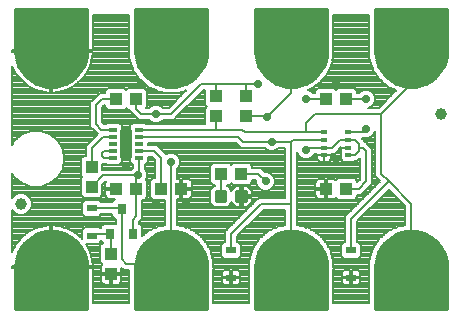
<source format=gtl>
G75*
%MOIN*%
%OFA0B0*%
%FSLAX25Y25*%
%IPPOS*%
%LPD*%
%AMOC8*
5,1,8,0,0,1.08239X$1,22.5*
%
%ADD10R,0.03937X0.04331*%
%ADD11R,0.04331X0.03937*%
%ADD12C,0.03937*%
%ADD13R,0.02756X0.01575*%
%ADD14R,0.04331X0.09646*%
%ADD15R,0.01969X0.01378*%
%ADD16C,0.20000*%
%ADD17C,0.01000*%
%ADD18R,0.03268X0.02480*%
%ADD19C,0.01181*%
%ADD20R,0.03150X0.03543*%
%ADD21C,0.00800*%
%ADD22C,0.02900*%
%ADD23C,0.00700*%
D10*
X0173333Y0308054D03*
X0173333Y0314746D03*
X0166833Y0337054D03*
X0166833Y0343746D03*
X0208333Y0360554D03*
X0208333Y0367246D03*
X0218333Y0367246D03*
X0218333Y0360554D03*
D11*
X0216680Y0341400D03*
X0209987Y0341400D03*
X0196680Y0336400D03*
X0189987Y0336400D03*
X0181680Y0336400D03*
X0174987Y0336400D03*
X0174987Y0366400D03*
X0181680Y0366400D03*
X0244987Y0366400D03*
X0251680Y0366400D03*
X0251680Y0336400D03*
X0244987Y0336400D03*
D12*
X0283333Y0361400D03*
X0143333Y0331400D03*
D13*
X0174003Y0346676D03*
X0174003Y0349038D03*
X0174003Y0351400D03*
X0174003Y0353762D03*
X0174003Y0356124D03*
X0182664Y0356124D03*
X0182664Y0353762D03*
X0182664Y0351400D03*
X0182664Y0349038D03*
X0182664Y0346676D03*
D14*
X0178333Y0351400D03*
D15*
X0244298Y0350120D03*
X0244298Y0347561D03*
X0244298Y0352680D03*
X0244298Y0355239D03*
X0252369Y0355239D03*
X0252369Y0352680D03*
X0252369Y0350120D03*
X0252369Y0347561D03*
D16*
X0233333Y0382400D03*
X0193333Y0382400D03*
X0153333Y0382400D03*
X0153333Y0310400D03*
X0193333Y0310400D03*
X0233333Y0310400D03*
X0273333Y0310400D03*
X0273333Y0382400D03*
D17*
X0165333Y0296400D02*
X0141333Y0296400D01*
X0165333Y0296400D01*
X0165333Y0310400D01*
X0165211Y0312108D01*
X0164847Y0313781D01*
X0164249Y0315385D01*
X0163428Y0316888D01*
X0162402Y0318258D01*
X0161192Y0319469D01*
X0159821Y0320495D01*
X0158318Y0321316D01*
X0156714Y0321914D01*
X0155041Y0322278D01*
X0153333Y0322400D01*
X0151626Y0322278D01*
X0149953Y0321914D01*
X0148348Y0321316D01*
X0146846Y0320495D01*
X0145475Y0319469D01*
X0144264Y0318258D01*
X0143238Y0316888D01*
X0142418Y0315385D01*
X0141819Y0313781D01*
X0141455Y0312108D01*
X0141333Y0310400D01*
X0141333Y0296400D01*
X0141333Y0297399D02*
X0165333Y0297399D01*
X0165333Y0298397D02*
X0141333Y0298397D01*
X0141333Y0299396D02*
X0165333Y0299396D01*
X0165333Y0300394D02*
X0141333Y0300394D01*
X0141333Y0301393D02*
X0165333Y0301393D01*
X0165333Y0302391D02*
X0141333Y0302391D01*
X0141333Y0303390D02*
X0165333Y0303390D01*
X0165333Y0304388D02*
X0141333Y0304388D01*
X0141333Y0305387D02*
X0165333Y0305387D01*
X0165333Y0306385D02*
X0141333Y0306385D01*
X0141333Y0307384D02*
X0165333Y0307384D01*
X0165333Y0308382D02*
X0141333Y0308382D01*
X0141333Y0309381D02*
X0165333Y0309381D01*
X0165333Y0310379D02*
X0141333Y0310379D01*
X0141403Y0311378D02*
X0165263Y0311378D01*
X0165153Y0312376D02*
X0141514Y0312376D01*
X0141731Y0313375D02*
X0164936Y0313375D01*
X0164626Y0314373D02*
X0142040Y0314373D01*
X0142413Y0315372D02*
X0164254Y0315372D01*
X0163711Y0316370D02*
X0142956Y0316370D01*
X0143598Y0317369D02*
X0163068Y0317369D01*
X0162293Y0318367D02*
X0144373Y0318367D01*
X0145372Y0319366D02*
X0161295Y0319366D01*
X0159996Y0320364D02*
X0146671Y0320364D01*
X0148475Y0321363D02*
X0158192Y0321363D01*
X0153874Y0322361D02*
X0152792Y0322361D01*
X0181819Y0313781D02*
X0181455Y0312108D01*
X0181333Y0310400D01*
X0181333Y0296400D01*
X0205333Y0296400D01*
X0205333Y0310400D01*
X0205211Y0312108D01*
X0204847Y0313781D01*
X0204249Y0315385D01*
X0203428Y0316888D01*
X0202402Y0318258D01*
X0201192Y0319469D01*
X0199821Y0320495D01*
X0198318Y0321316D01*
X0196714Y0321914D01*
X0195041Y0322278D01*
X0193333Y0322400D01*
X0191626Y0322278D01*
X0189953Y0321914D01*
X0188348Y0321316D01*
X0186846Y0320495D01*
X0185475Y0319469D01*
X0184264Y0318258D01*
X0183238Y0316888D01*
X0182418Y0315385D01*
X0181819Y0313781D01*
X0181731Y0313375D02*
X0204936Y0313375D01*
X0205153Y0312376D02*
X0181514Y0312376D01*
X0181403Y0311378D02*
X0205263Y0311378D01*
X0205333Y0310379D02*
X0181333Y0310379D01*
X0181333Y0309381D02*
X0205333Y0309381D01*
X0205333Y0308382D02*
X0181333Y0308382D01*
X0181333Y0307384D02*
X0205333Y0307384D01*
X0205333Y0306385D02*
X0181333Y0306385D01*
X0181333Y0305387D02*
X0205333Y0305387D01*
X0205333Y0304388D02*
X0181333Y0304388D01*
X0181333Y0303390D02*
X0205333Y0303390D01*
X0205333Y0302391D02*
X0181333Y0302391D01*
X0181333Y0301393D02*
X0205333Y0301393D01*
X0205333Y0300394D02*
X0181333Y0300394D01*
X0181333Y0299396D02*
X0205333Y0299396D01*
X0205333Y0298397D02*
X0181333Y0298397D01*
X0181333Y0297399D02*
X0205333Y0297399D01*
X0205333Y0296400D02*
X0181333Y0296400D01*
X0182040Y0314373D02*
X0204626Y0314373D01*
X0204254Y0315372D02*
X0182413Y0315372D01*
X0182956Y0316370D02*
X0203711Y0316370D01*
X0203068Y0317369D02*
X0183598Y0317369D01*
X0184373Y0318367D02*
X0202293Y0318367D01*
X0201295Y0319366D02*
X0185372Y0319366D01*
X0186671Y0320364D02*
X0199996Y0320364D01*
X0198192Y0321363D02*
X0188475Y0321363D01*
X0192792Y0322361D02*
X0193874Y0322361D01*
X0221819Y0313781D02*
X0221455Y0312108D01*
X0221333Y0310400D01*
X0221333Y0296400D01*
X0245333Y0296400D01*
X0245333Y0310400D01*
X0245211Y0312108D01*
X0244847Y0313781D01*
X0244249Y0315385D01*
X0243428Y0316888D01*
X0242402Y0318258D01*
X0241192Y0319469D01*
X0239821Y0320495D01*
X0238318Y0321316D01*
X0236714Y0321914D01*
X0235041Y0322278D01*
X0233333Y0322400D01*
X0231626Y0322278D01*
X0229953Y0321914D01*
X0228348Y0321316D01*
X0226846Y0320495D01*
X0225475Y0319469D01*
X0224264Y0318258D01*
X0223238Y0316888D01*
X0222418Y0315385D01*
X0221819Y0313781D01*
X0221731Y0313375D02*
X0244936Y0313375D01*
X0245153Y0312376D02*
X0221514Y0312376D01*
X0221403Y0311378D02*
X0245263Y0311378D01*
X0245333Y0310379D02*
X0221333Y0310379D01*
X0221333Y0309381D02*
X0245333Y0309381D01*
X0245333Y0308382D02*
X0221333Y0308382D01*
X0221333Y0307384D02*
X0245333Y0307384D01*
X0245333Y0306385D02*
X0221333Y0306385D01*
X0221333Y0305387D02*
X0245333Y0305387D01*
X0245333Y0304388D02*
X0221333Y0304388D01*
X0221333Y0303390D02*
X0245333Y0303390D01*
X0245333Y0302391D02*
X0221333Y0302391D01*
X0221333Y0301393D02*
X0245333Y0301393D01*
X0245333Y0300394D02*
X0221333Y0300394D01*
X0221333Y0299396D02*
X0245333Y0299396D01*
X0245333Y0298397D02*
X0221333Y0298397D01*
X0221333Y0297399D02*
X0245333Y0297399D01*
X0245333Y0296400D02*
X0221333Y0296400D01*
X0222040Y0314373D02*
X0244626Y0314373D01*
X0244254Y0315372D02*
X0222413Y0315372D01*
X0222956Y0316370D02*
X0243711Y0316370D01*
X0243068Y0317369D02*
X0223598Y0317369D01*
X0224373Y0318367D02*
X0242293Y0318367D01*
X0241295Y0319366D02*
X0225372Y0319366D01*
X0226671Y0320364D02*
X0239996Y0320364D01*
X0238192Y0321363D02*
X0228475Y0321363D01*
X0232792Y0322361D02*
X0233874Y0322361D01*
X0261819Y0313781D02*
X0261455Y0312108D01*
X0261333Y0310400D01*
X0261333Y0296400D01*
X0285333Y0296400D01*
X0285333Y0310400D01*
X0285211Y0312108D01*
X0284847Y0313781D01*
X0284249Y0315385D01*
X0283428Y0316888D01*
X0282402Y0318258D01*
X0281192Y0319469D01*
X0279821Y0320495D01*
X0278318Y0321316D01*
X0276714Y0321914D01*
X0275041Y0322278D01*
X0273333Y0322400D01*
X0271626Y0322278D01*
X0269953Y0321914D01*
X0268348Y0321316D01*
X0266846Y0320495D01*
X0265475Y0319469D01*
X0264264Y0318258D01*
X0263238Y0316888D01*
X0262418Y0315385D01*
X0261819Y0313781D01*
X0261731Y0313375D02*
X0284936Y0313375D01*
X0285153Y0312376D02*
X0261514Y0312376D01*
X0261403Y0311378D02*
X0285263Y0311378D01*
X0285333Y0310379D02*
X0261333Y0310379D01*
X0261333Y0309381D02*
X0285333Y0309381D01*
X0285333Y0308382D02*
X0261333Y0308382D01*
X0261333Y0307384D02*
X0285333Y0307384D01*
X0285333Y0306385D02*
X0261333Y0306385D01*
X0261333Y0305387D02*
X0285333Y0305387D01*
X0285333Y0304388D02*
X0261333Y0304388D01*
X0261333Y0303390D02*
X0285333Y0303390D01*
X0285333Y0302391D02*
X0261333Y0302391D01*
X0261333Y0301393D02*
X0285333Y0301393D01*
X0285333Y0300394D02*
X0261333Y0300394D01*
X0261333Y0299396D02*
X0285333Y0299396D01*
X0285333Y0298397D02*
X0261333Y0298397D01*
X0261333Y0297399D02*
X0285333Y0297399D01*
X0285333Y0296400D02*
X0261333Y0296400D01*
X0262040Y0314373D02*
X0284626Y0314373D01*
X0284254Y0315372D02*
X0262413Y0315372D01*
X0262956Y0316370D02*
X0283711Y0316370D01*
X0283068Y0317369D02*
X0263598Y0317369D01*
X0264373Y0318367D02*
X0282293Y0318367D01*
X0281295Y0319366D02*
X0265372Y0319366D01*
X0266671Y0320364D02*
X0279996Y0320364D01*
X0278192Y0321363D02*
X0268475Y0321363D01*
X0272792Y0322361D02*
X0273874Y0322361D01*
X0273333Y0370400D02*
X0271626Y0370522D01*
X0269953Y0370886D01*
X0268348Y0371484D01*
X0266846Y0372305D01*
X0265475Y0373331D01*
X0264264Y0374542D01*
X0263238Y0375912D01*
X0262418Y0377415D01*
X0261819Y0379019D01*
X0261455Y0380692D01*
X0261333Y0382400D01*
X0261333Y0396400D01*
X0285333Y0396400D01*
X0285333Y0382400D01*
X0285211Y0380692D01*
X0284847Y0379019D01*
X0284249Y0377415D01*
X0283428Y0375912D01*
X0282402Y0374542D01*
X0281192Y0373331D01*
X0279821Y0372305D01*
X0278318Y0371484D01*
X0276714Y0370886D01*
X0275041Y0370522D01*
X0273333Y0370400D01*
X0268874Y0371288D02*
X0277793Y0371288D01*
X0279788Y0372287D02*
X0266879Y0372287D01*
X0265536Y0373285D02*
X0281131Y0373285D01*
X0282145Y0374284D02*
X0264522Y0374284D01*
X0263710Y0375282D02*
X0282957Y0375282D01*
X0283630Y0376281D02*
X0263037Y0376281D01*
X0262492Y0377279D02*
X0284175Y0377279D01*
X0284571Y0378278D02*
X0262096Y0378278D01*
X0261763Y0379276D02*
X0284903Y0379276D01*
X0285120Y0380275D02*
X0261546Y0380275D01*
X0261414Y0381273D02*
X0285253Y0381273D01*
X0285324Y0382272D02*
X0261342Y0382272D01*
X0261333Y0383270D02*
X0285333Y0383270D01*
X0285333Y0384269D02*
X0261333Y0384269D01*
X0261333Y0385268D02*
X0285333Y0385268D01*
X0285333Y0386266D02*
X0261333Y0386266D01*
X0261333Y0387265D02*
X0285333Y0387265D01*
X0285333Y0388263D02*
X0261333Y0388263D01*
X0261333Y0389262D02*
X0285333Y0389262D01*
X0285333Y0390260D02*
X0261333Y0390260D01*
X0261333Y0391259D02*
X0285333Y0391259D01*
X0285333Y0392257D02*
X0261333Y0392257D01*
X0261333Y0393256D02*
X0285333Y0393256D01*
X0285333Y0394254D02*
X0261333Y0394254D01*
X0261333Y0395253D02*
X0285333Y0395253D01*
X0285333Y0396251D02*
X0261333Y0396251D01*
X0245333Y0396251D02*
X0221333Y0396251D01*
X0221333Y0396400D02*
X0221333Y0382400D01*
X0221455Y0380692D01*
X0221819Y0379019D01*
X0222418Y0377415D01*
X0223238Y0375912D01*
X0224264Y0374542D01*
X0225475Y0373331D01*
X0226846Y0372305D01*
X0228348Y0371484D01*
X0229953Y0370886D01*
X0231626Y0370522D01*
X0233333Y0370400D01*
X0235041Y0370522D01*
X0236714Y0370886D01*
X0238318Y0371484D01*
X0239821Y0372305D01*
X0241192Y0373331D01*
X0242402Y0374542D01*
X0243428Y0375912D01*
X0244249Y0377415D01*
X0244847Y0379019D01*
X0245211Y0380692D01*
X0245333Y0382400D01*
X0245333Y0396400D01*
X0221333Y0396400D01*
X0221333Y0395253D02*
X0245333Y0395253D01*
X0245333Y0394254D02*
X0221333Y0394254D01*
X0221333Y0393256D02*
X0245333Y0393256D01*
X0245333Y0392257D02*
X0221333Y0392257D01*
X0221333Y0391259D02*
X0245333Y0391259D01*
X0245333Y0390260D02*
X0221333Y0390260D01*
X0221333Y0389262D02*
X0245333Y0389262D01*
X0245333Y0388263D02*
X0221333Y0388263D01*
X0221333Y0387265D02*
X0245333Y0387265D01*
X0245333Y0386266D02*
X0221333Y0386266D01*
X0221333Y0385268D02*
X0245333Y0385268D01*
X0245333Y0384269D02*
X0221333Y0384269D01*
X0221333Y0383270D02*
X0245333Y0383270D01*
X0245324Y0382272D02*
X0221342Y0382272D01*
X0221414Y0381273D02*
X0245253Y0381273D01*
X0245120Y0380275D02*
X0221546Y0380275D01*
X0221763Y0379276D02*
X0244903Y0379276D01*
X0244571Y0378278D02*
X0222096Y0378278D01*
X0222492Y0377279D02*
X0244175Y0377279D01*
X0243630Y0376281D02*
X0223037Y0376281D01*
X0223710Y0375282D02*
X0242957Y0375282D01*
X0242145Y0374284D02*
X0224522Y0374284D01*
X0225536Y0373285D02*
X0241131Y0373285D01*
X0239788Y0372287D02*
X0226879Y0372287D01*
X0228874Y0371288D02*
X0237793Y0371288D01*
X0204847Y0379019D02*
X0204249Y0377415D01*
X0203428Y0375912D01*
X0202402Y0374542D01*
X0201192Y0373331D01*
X0199821Y0372305D01*
X0198318Y0371484D01*
X0196714Y0370886D01*
X0195041Y0370522D01*
X0193333Y0370400D01*
X0191626Y0370522D01*
X0189953Y0370886D01*
X0188348Y0371484D01*
X0186846Y0372305D01*
X0185475Y0373331D01*
X0184264Y0374542D01*
X0183238Y0375912D01*
X0182418Y0377415D01*
X0181819Y0379019D01*
X0181455Y0380692D01*
X0181333Y0382400D01*
X0181333Y0396400D01*
X0205333Y0396400D01*
X0205333Y0382400D01*
X0205211Y0380692D01*
X0204847Y0379019D01*
X0204903Y0379276D02*
X0181763Y0379276D01*
X0181546Y0380275D02*
X0205120Y0380275D01*
X0205253Y0381273D02*
X0181414Y0381273D01*
X0181342Y0382272D02*
X0205324Y0382272D01*
X0205333Y0383270D02*
X0181333Y0383270D01*
X0181333Y0384269D02*
X0205333Y0384269D01*
X0205333Y0385268D02*
X0181333Y0385268D01*
X0181333Y0386266D02*
X0205333Y0386266D01*
X0205333Y0387265D02*
X0181333Y0387265D01*
X0181333Y0388263D02*
X0205333Y0388263D01*
X0205333Y0389262D02*
X0181333Y0389262D01*
X0181333Y0390260D02*
X0205333Y0390260D01*
X0205333Y0391259D02*
X0181333Y0391259D01*
X0181333Y0392257D02*
X0205333Y0392257D01*
X0205333Y0393256D02*
X0181333Y0393256D01*
X0181333Y0394254D02*
X0205333Y0394254D01*
X0205333Y0395253D02*
X0181333Y0395253D01*
X0181333Y0396251D02*
X0205333Y0396251D01*
X0204571Y0378278D02*
X0182096Y0378278D01*
X0182492Y0377279D02*
X0204175Y0377279D01*
X0203630Y0376281D02*
X0183037Y0376281D01*
X0183710Y0375282D02*
X0202957Y0375282D01*
X0202145Y0374284D02*
X0184522Y0374284D01*
X0185536Y0373285D02*
X0201131Y0373285D01*
X0199788Y0372287D02*
X0186879Y0372287D01*
X0188874Y0371288D02*
X0197793Y0371288D01*
X0164847Y0379019D02*
X0164249Y0377415D01*
X0163428Y0375912D01*
X0162402Y0374542D01*
X0161192Y0373331D01*
X0159821Y0372305D01*
X0158318Y0371484D01*
X0156714Y0370886D01*
X0155041Y0370522D01*
X0153333Y0370400D01*
X0151626Y0370522D01*
X0149953Y0370886D01*
X0148348Y0371484D01*
X0146846Y0372305D01*
X0145475Y0373331D01*
X0144264Y0374542D01*
X0143238Y0375912D01*
X0142418Y0377415D01*
X0141819Y0379019D01*
X0141455Y0380692D01*
X0141333Y0382400D01*
X0141333Y0396400D01*
X0165333Y0396400D01*
X0165333Y0382400D01*
X0165211Y0380692D01*
X0164847Y0379019D01*
X0164903Y0379276D02*
X0141763Y0379276D01*
X0141546Y0380275D02*
X0165120Y0380275D01*
X0165253Y0381273D02*
X0141414Y0381273D01*
X0141342Y0382272D02*
X0165324Y0382272D01*
X0165333Y0383270D02*
X0141333Y0383270D01*
X0141333Y0384269D02*
X0165333Y0384269D01*
X0165333Y0385268D02*
X0141333Y0385268D01*
X0141333Y0386266D02*
X0165333Y0386266D01*
X0165333Y0387265D02*
X0141333Y0387265D01*
X0141333Y0388263D02*
X0165333Y0388263D01*
X0165333Y0389262D02*
X0141333Y0389262D01*
X0141333Y0390260D02*
X0165333Y0390260D01*
X0165333Y0391259D02*
X0141333Y0391259D01*
X0141333Y0392257D02*
X0165333Y0392257D01*
X0165333Y0393256D02*
X0141333Y0393256D01*
X0141333Y0394254D02*
X0165333Y0394254D01*
X0165333Y0395253D02*
X0141333Y0395253D01*
X0141333Y0396251D02*
X0165333Y0396251D01*
X0164571Y0378278D02*
X0142096Y0378278D01*
X0142492Y0377279D02*
X0164175Y0377279D01*
X0163630Y0376281D02*
X0143037Y0376281D01*
X0143710Y0375282D02*
X0162957Y0375282D01*
X0162145Y0374284D02*
X0144522Y0374284D01*
X0145536Y0373285D02*
X0161131Y0373285D01*
X0159788Y0372287D02*
X0146879Y0372287D01*
X0148874Y0371288D02*
X0157793Y0371288D01*
D18*
X0166833Y0329928D03*
X0166833Y0320872D03*
X0213333Y0315928D03*
X0213333Y0306872D03*
X0253333Y0306872D03*
X0253333Y0315928D03*
D19*
X0215408Y0332522D02*
X0215408Y0335278D01*
X0218164Y0335278D01*
X0218164Y0332522D01*
X0215408Y0332522D01*
X0215408Y0333644D02*
X0218164Y0333644D01*
X0218164Y0334766D02*
X0215408Y0334766D01*
X0208503Y0335278D02*
X0208503Y0332522D01*
X0208503Y0335278D02*
X0211259Y0335278D01*
X0211259Y0332522D01*
X0208503Y0332522D01*
X0208503Y0333644D02*
X0211259Y0333644D01*
X0211259Y0334766D02*
X0208503Y0334766D01*
D20*
X0180573Y0321463D03*
X0173093Y0321463D03*
X0176833Y0329731D03*
D21*
X0176833Y0312900D01*
X0178333Y0311400D01*
X0192333Y0311400D01*
X0192833Y0310900D01*
X0193333Y0311400D01*
X0193333Y0345400D01*
X0195542Y0347505D02*
X0231333Y0347505D01*
X0231333Y0348303D02*
X0194294Y0348303D01*
X0193940Y0348450D02*
X0192727Y0348450D01*
X0191606Y0347986D01*
X0191591Y0347971D01*
X0188524Y0351038D01*
X0185642Y0351038D01*
X0185642Y0351762D01*
X0214867Y0351762D01*
X0216450Y0350180D01*
X0224520Y0350180D01*
X0225106Y0349594D01*
X0226227Y0349130D01*
X0227440Y0349130D01*
X0228561Y0349594D01*
X0229147Y0350180D01*
X0231333Y0350180D01*
X0231333Y0333400D01*
X0222505Y0333400D01*
X0221333Y0332228D01*
X0211333Y0322228D01*
X0211333Y0318768D01*
X0211037Y0318768D01*
X0210099Y0317830D01*
X0210099Y0314025D01*
X0211037Y0313087D01*
X0215630Y0313087D01*
X0216567Y0314025D01*
X0216567Y0317830D01*
X0215630Y0318768D01*
X0215333Y0318768D01*
X0215333Y0320572D01*
X0224162Y0329400D01*
X0231333Y0329400D01*
X0231333Y0324363D01*
X0231326Y0324362D01*
X0230608Y0324310D01*
X0230496Y0324181D01*
X0230189Y0324114D01*
X0230034Y0324185D01*
X0229359Y0323934D01*
X0228656Y0323781D01*
X0228564Y0323637D01*
X0228269Y0323527D01*
X0228105Y0323576D01*
X0227474Y0323231D01*
X0226799Y0322979D01*
X0226728Y0322824D01*
X0226453Y0322673D01*
X0226284Y0322697D01*
X0225707Y0322266D01*
X0225076Y0321921D01*
X0225028Y0321757D01*
X0224776Y0321569D01*
X0224605Y0321569D01*
X0224096Y0321060D01*
X0223520Y0320629D01*
X0223496Y0320460D01*
X0223274Y0320237D01*
X0223104Y0320213D01*
X0222673Y0319637D01*
X0222164Y0319128D01*
X0222164Y0318957D01*
X0221976Y0318706D01*
X0221812Y0318658D01*
X0221467Y0318026D01*
X0221036Y0317450D01*
X0221060Y0317281D01*
X0220910Y0317005D01*
X0220754Y0316934D01*
X0220503Y0316260D01*
X0220158Y0315628D01*
X0220206Y0315464D01*
X0220096Y0315170D01*
X0219952Y0315077D01*
X0219799Y0314374D01*
X0219548Y0313700D01*
X0219619Y0313544D01*
X0219552Y0313237D01*
X0219423Y0313125D01*
X0219372Y0312407D01*
X0219219Y0311704D01*
X0219311Y0311560D01*
X0219295Y0311331D01*
X0219233Y0311270D01*
X0219233Y0310475D01*
X0219177Y0309682D01*
X0219233Y0309617D01*
X0219233Y0298400D01*
X0207433Y0298400D01*
X0207433Y0309617D01*
X0207490Y0309682D01*
X0207433Y0310475D01*
X0207433Y0311270D01*
X0207372Y0311331D01*
X0207356Y0311560D01*
X0207448Y0311704D01*
X0207295Y0312407D01*
X0207244Y0313125D01*
X0207115Y0313237D01*
X0207048Y0313544D01*
X0207119Y0313700D01*
X0206867Y0314374D01*
X0206714Y0315077D01*
X0206571Y0315170D01*
X0206461Y0315464D01*
X0206509Y0315628D01*
X0206164Y0316260D01*
X0205913Y0316934D01*
X0205757Y0317005D01*
X0205606Y0317281D01*
X0205631Y0317450D01*
X0205200Y0318026D01*
X0204855Y0318658D01*
X0204691Y0318706D01*
X0204502Y0318957D01*
X0204502Y0319128D01*
X0203993Y0319637D01*
X0203562Y0320213D01*
X0203393Y0320237D01*
X0203171Y0320460D01*
X0203146Y0320629D01*
X0202570Y0321060D01*
X0202062Y0321569D01*
X0201891Y0321569D01*
X0201639Y0321757D01*
X0201591Y0321921D01*
X0200959Y0322266D01*
X0200383Y0322697D01*
X0200214Y0322673D01*
X0199938Y0322824D01*
X0199867Y0322979D01*
X0199193Y0323231D01*
X0198561Y0323576D01*
X0198397Y0323527D01*
X0198103Y0323637D01*
X0198010Y0323781D01*
X0197307Y0323934D01*
X0196633Y0324185D01*
X0196478Y0324114D01*
X0196170Y0324181D01*
X0196059Y0324310D01*
X0195341Y0324362D01*
X0195333Y0324363D01*
X0195333Y0333031D01*
X0196280Y0333031D01*
X0196280Y0336000D01*
X0197080Y0336000D01*
X0197080Y0336800D01*
X0200245Y0336800D01*
X0200245Y0338553D01*
X0200150Y0338909D01*
X0199965Y0339228D01*
X0199705Y0339489D01*
X0199386Y0339673D01*
X0199029Y0339768D01*
X0197080Y0339768D01*
X0197080Y0336800D01*
X0196280Y0336800D01*
X0196280Y0339768D01*
X0195333Y0339768D01*
X0195333Y0343087D01*
X0195919Y0343672D01*
X0196383Y0344793D01*
X0196383Y0346007D01*
X0195919Y0347128D01*
X0195061Y0347986D01*
X0193940Y0348450D01*
X0192372Y0348303D02*
X0191259Y0348303D01*
X0190460Y0349102D02*
X0231333Y0349102D01*
X0231333Y0349900D02*
X0228867Y0349900D01*
X0226833Y0352180D02*
X0217278Y0352180D01*
X0215696Y0353762D01*
X0182664Y0353762D01*
X0182664Y0356124D02*
X0208333Y0356124D01*
X0208333Y0360554D01*
X0204765Y0360281D02*
X0195043Y0360281D01*
X0195333Y0360572D02*
X0204162Y0369400D01*
X0204765Y0369400D01*
X0204765Y0364418D01*
X0205283Y0363900D01*
X0204765Y0363382D01*
X0204765Y0358124D01*
X0185092Y0358124D01*
X0184705Y0358512D01*
X0180623Y0358512D01*
X0179686Y0357575D01*
X0179686Y0345225D01*
X0180623Y0344288D01*
X0180664Y0344288D01*
X0180664Y0343510D01*
X0180606Y0343486D01*
X0179970Y0342850D01*
X0170402Y0342850D01*
X0170402Y0344676D01*
X0171575Y0344676D01*
X0171962Y0344288D01*
X0176043Y0344288D01*
X0176981Y0345225D01*
X0176981Y0355212D01*
X0176981Y0357575D01*
X0176043Y0358512D01*
X0171962Y0358512D01*
X0171575Y0358124D01*
X0170937Y0358124D01*
X0170333Y0358728D01*
X0170333Y0363572D01*
X0171162Y0364400D01*
X0171222Y0364400D01*
X0171222Y0363769D01*
X0172159Y0362831D01*
X0177815Y0362831D01*
X0178333Y0363350D01*
X0178852Y0362831D01*
X0179730Y0362831D01*
X0179730Y0362246D01*
X0180872Y0361104D01*
X0182526Y0359450D01*
X0185970Y0359450D01*
X0186606Y0358814D01*
X0187727Y0358350D01*
X0188940Y0358350D01*
X0190061Y0358814D01*
X0190647Y0359400D01*
X0194162Y0359400D01*
X0195333Y0360572D01*
X0195841Y0361079D02*
X0204765Y0361079D01*
X0204765Y0361878D02*
X0196640Y0361878D01*
X0197438Y0362676D02*
X0204765Y0362676D01*
X0204858Y0363475D02*
X0198237Y0363475D01*
X0199035Y0364273D02*
X0204910Y0364273D01*
X0204765Y0365072D02*
X0199834Y0365072D01*
X0200632Y0365870D02*
X0204765Y0365870D01*
X0204765Y0366669D02*
X0201431Y0366669D01*
X0202229Y0367468D02*
X0204765Y0367468D01*
X0204765Y0368266D02*
X0203028Y0368266D01*
X0203826Y0369065D02*
X0204765Y0369065D01*
X0203333Y0371400D02*
X0208333Y0371400D01*
X0208333Y0367246D01*
X0208333Y0371400D02*
X0218333Y0371400D01*
X0218333Y0367246D01*
X0218333Y0371400D02*
X0222333Y0371400D01*
X0233333Y0371400D02*
X0233333Y0368400D01*
X0225333Y0360400D01*
X0225180Y0360554D01*
X0218333Y0360554D01*
X0217109Y0356124D02*
X0208333Y0356124D01*
X0204765Y0358684D02*
X0189746Y0358684D01*
X0186921Y0358684D02*
X0170378Y0358684D01*
X0170333Y0359482D02*
X0182493Y0359482D01*
X0181695Y0360281D02*
X0170333Y0360281D01*
X0170333Y0361079D02*
X0180896Y0361079D01*
X0180098Y0361878D02*
X0170333Y0361878D01*
X0170333Y0362676D02*
X0179730Y0362676D01*
X0185026Y0363350D02*
X0185445Y0363769D01*
X0185445Y0369031D01*
X0184508Y0369968D01*
X0178852Y0369968D01*
X0178333Y0369450D01*
X0177815Y0369968D01*
X0172159Y0369968D01*
X0171222Y0369031D01*
X0171222Y0368400D01*
X0169505Y0368400D01*
X0167505Y0366400D01*
X0166333Y0365228D01*
X0166333Y0357072D01*
X0167505Y0355900D01*
X0168790Y0354615D01*
X0164883Y0350708D01*
X0164883Y0347512D01*
X0164202Y0347512D01*
X0163265Y0346575D01*
X0163265Y0340918D01*
X0163783Y0340400D01*
X0163265Y0339882D01*
X0163265Y0334225D01*
X0164202Y0333288D01*
X0169465Y0333288D01*
X0170402Y0334225D01*
X0170402Y0337864D01*
X0171488Y0338950D01*
X0171541Y0338950D01*
X0171517Y0338909D01*
X0171422Y0338553D01*
X0171422Y0336800D01*
X0174587Y0336800D01*
X0174587Y0336000D01*
X0171422Y0336000D01*
X0171422Y0334247D01*
X0171517Y0333891D01*
X0171701Y0333572D01*
X0171962Y0333311D01*
X0172281Y0333127D01*
X0172637Y0333031D01*
X0174525Y0333031D01*
X0173659Y0332165D01*
X0173659Y0331928D01*
X0169970Y0331928D01*
X0169130Y0332768D01*
X0164537Y0332768D01*
X0163599Y0331830D01*
X0163599Y0328025D01*
X0164537Y0327087D01*
X0169130Y0327087D01*
X0169970Y0327928D01*
X0173659Y0327928D01*
X0173659Y0327296D01*
X0174596Y0326359D01*
X0174833Y0326359D01*
X0174833Y0324835D01*
X0170856Y0324835D01*
X0169918Y0323897D01*
X0169918Y0323223D01*
X0169620Y0323223D01*
X0169130Y0323713D01*
X0164537Y0323713D01*
X0163599Y0322775D01*
X0163599Y0319771D01*
X0163176Y0320242D01*
X0163176Y0320242D01*
X0162974Y0320424D01*
X0162093Y0321217D01*
X0162093Y0321217D01*
X0161855Y0321390D01*
X0160914Y0322074D01*
X0160632Y0322237D01*
X0159652Y0322802D01*
X0159316Y0322952D01*
X0158321Y0323395D01*
X0157915Y0323527D01*
X0156936Y0323845D01*
X0156936Y0323845D01*
X0156433Y0323952D01*
X0155511Y0324148D01*
X0154062Y0324300D01*
X0153733Y0324300D01*
X0153733Y0310800D01*
X0152933Y0310800D01*
X0152933Y0310000D01*
X0140333Y0310000D01*
X0140333Y0310800D01*
X0152933Y0310800D01*
X0152933Y0324300D01*
X0152605Y0324300D01*
X0151156Y0324148D01*
X0149731Y0323845D01*
X0148345Y0323395D01*
X0147014Y0322802D01*
X0145752Y0322074D01*
X0144574Y0321217D01*
X0143491Y0320242D01*
X0142516Y0319160D01*
X0142516Y0319160D01*
X0142506Y0319145D01*
X0141660Y0317981D01*
X0140931Y0316719D01*
X0140339Y0315388D01*
X0140333Y0315371D01*
X0140333Y0329353D01*
X0141312Y0328375D01*
X0142623Y0327831D01*
X0144043Y0327831D01*
X0145355Y0328375D01*
X0146359Y0329379D01*
X0146902Y0330690D01*
X0146902Y0332110D01*
X0146359Y0333421D01*
X0145355Y0334425D01*
X0144043Y0334968D01*
X0142623Y0334968D01*
X0141312Y0334425D01*
X0140333Y0333447D01*
X0140333Y0341656D01*
X0141099Y0340330D01*
X0143612Y0338222D01*
X0146693Y0337100D01*
X0149973Y0337100D01*
X0153055Y0338222D01*
X0155567Y0340330D01*
X0157207Y0343170D01*
X0157207Y0343170D01*
X0157777Y0346400D01*
X0157207Y0349630D01*
X0155567Y0352470D01*
X0153055Y0354578D01*
X0149973Y0355700D01*
X0146693Y0355700D01*
X0143612Y0354578D01*
X0143612Y0354578D01*
X0141099Y0352470D01*
X0140333Y0351144D01*
X0140333Y0377429D01*
X0140339Y0377412D01*
X0140339Y0377412D01*
X0140931Y0376081D01*
X0140931Y0376081D01*
X0141660Y0374819D01*
X0142516Y0373640D01*
X0143491Y0372558D01*
X0143491Y0372558D01*
X0143508Y0372543D01*
X0144574Y0371583D01*
X0144594Y0371568D01*
X0145752Y0370726D01*
X0145752Y0370726D01*
X0145777Y0370712D01*
X0147014Y0369998D01*
X0147014Y0369998D01*
X0147045Y0369984D01*
X0148345Y0369405D01*
X0148384Y0369393D01*
X0149731Y0368955D01*
X0149783Y0368944D01*
X0151156Y0368652D01*
X0152605Y0368500D01*
X0152933Y0368500D01*
X0152933Y0382000D01*
X0140333Y0382000D01*
X0140333Y0382800D01*
X0152933Y0382800D01*
X0152933Y0382000D01*
X0153733Y0382000D01*
X0153733Y0368500D01*
X0154062Y0368500D01*
X0155511Y0368652D01*
X0156936Y0368955D01*
X0158321Y0369405D01*
X0159652Y0369998D01*
X0160914Y0370726D01*
X0162093Y0371583D01*
X0163176Y0372558D01*
X0164150Y0373640D01*
X0164150Y0373640D01*
X0164155Y0373647D01*
X0165007Y0374819D01*
X0165007Y0374819D01*
X0165735Y0376081D01*
X0166328Y0377412D01*
X0166778Y0378797D01*
X0166778Y0378797D01*
X0167081Y0380223D01*
X0167233Y0381672D01*
X0167233Y0382000D01*
X0153733Y0382000D01*
X0153733Y0382800D01*
X0152933Y0382800D01*
X0152933Y0394400D01*
X0153733Y0394400D01*
X0153733Y0382800D01*
X0167233Y0382800D01*
X0167233Y0394400D01*
X0179233Y0394400D01*
X0179233Y0383183D01*
X0179177Y0383118D01*
X0179233Y0382325D01*
X0179233Y0381530D01*
X0179295Y0381469D01*
X0179311Y0381240D01*
X0179219Y0381096D01*
X0179372Y0380393D01*
X0179423Y0379675D01*
X0179552Y0379563D01*
X0179619Y0379256D01*
X0179548Y0379100D01*
X0179799Y0378426D01*
X0179952Y0377723D01*
X0180096Y0377630D01*
X0180206Y0377336D01*
X0180158Y0377172D01*
X0180503Y0376540D01*
X0180754Y0375866D01*
X0180910Y0375795D01*
X0181060Y0375519D01*
X0181036Y0375350D01*
X0181467Y0374774D01*
X0181812Y0374142D01*
X0181976Y0374094D01*
X0182164Y0373843D01*
X0182164Y0373672D01*
X0182673Y0373163D01*
X0183104Y0372587D01*
X0183274Y0372563D01*
X0183496Y0372340D01*
X0183520Y0372171D01*
X0184096Y0371740D01*
X0184605Y0371231D01*
X0184776Y0371231D01*
X0185028Y0371043D01*
X0185076Y0370879D01*
X0185707Y0370534D01*
X0186284Y0370103D01*
X0186453Y0370127D01*
X0186728Y0369976D01*
X0186799Y0369821D01*
X0187474Y0369569D01*
X0188105Y0369224D01*
X0188269Y0369273D01*
X0188564Y0369163D01*
X0188656Y0369019D01*
X0189359Y0368866D01*
X0190034Y0368615D01*
X0190189Y0368686D01*
X0190496Y0368619D01*
X0190608Y0368490D01*
X0191326Y0368438D01*
X0192029Y0368285D01*
X0192173Y0368378D01*
X0192486Y0368355D01*
X0192616Y0368243D01*
X0193333Y0368295D01*
X0194051Y0368243D01*
X0194180Y0368355D01*
X0194494Y0368378D01*
X0194638Y0368285D01*
X0195341Y0368438D01*
X0196059Y0368490D01*
X0196170Y0368619D01*
X0196478Y0368686D01*
X0196633Y0368615D01*
X0197307Y0368866D01*
X0198010Y0369019D01*
X0198103Y0369163D01*
X0198366Y0369261D01*
X0192505Y0363400D01*
X0190647Y0363400D01*
X0190061Y0363986D01*
X0188940Y0364450D01*
X0187727Y0364450D01*
X0186606Y0363986D01*
X0185970Y0363350D01*
X0185026Y0363350D01*
X0185151Y0363475D02*
X0186095Y0363475D01*
X0185445Y0364273D02*
X0187300Y0364273D01*
X0185445Y0365072D02*
X0194177Y0365072D01*
X0194975Y0365870D02*
X0185445Y0365870D01*
X0185445Y0366669D02*
X0195774Y0366669D01*
X0196572Y0367468D02*
X0185445Y0367468D01*
X0185445Y0368266D02*
X0192589Y0368266D01*
X0192933Y0368266D02*
X0193733Y0368266D01*
X0194077Y0368266D02*
X0197371Y0368266D01*
X0198040Y0369065D02*
X0198169Y0369065D01*
X0203333Y0371400D02*
X0193333Y0361400D01*
X0188333Y0361400D01*
X0190572Y0363475D02*
X0192580Y0363475D01*
X0193378Y0364273D02*
X0189366Y0364273D01*
X0188627Y0369065D02*
X0185412Y0369065D01*
X0184613Y0369863D02*
X0186780Y0369863D01*
X0185473Y0370662D02*
X0160802Y0370662D01*
X0161924Y0371460D02*
X0184376Y0371460D01*
X0183508Y0372259D02*
X0162843Y0372259D01*
X0163176Y0372558D02*
X0163176Y0372558D01*
X0163625Y0373057D02*
X0182752Y0373057D01*
X0182155Y0373856D02*
X0164307Y0373856D01*
X0164887Y0374654D02*
X0181533Y0374654D01*
X0181051Y0375453D02*
X0165373Y0375453D01*
X0165735Y0376081D02*
X0165735Y0376081D01*
X0165811Y0376251D02*
X0180611Y0376251D01*
X0180225Y0377050D02*
X0166167Y0377050D01*
X0166328Y0377412D02*
X0166328Y0377412D01*
X0166470Y0377848D02*
X0179925Y0377848D01*
X0179717Y0378647D02*
X0166729Y0378647D01*
X0166916Y0379445D02*
X0179578Y0379445D01*
X0179382Y0380244D02*
X0167083Y0380244D01*
X0167081Y0380223D02*
X0167081Y0380223D01*
X0167167Y0381042D02*
X0179230Y0381042D01*
X0179233Y0381841D02*
X0167233Y0381841D01*
X0167233Y0383438D02*
X0179233Y0383438D01*
X0179233Y0384236D02*
X0167233Y0384236D01*
X0167233Y0385035D02*
X0179233Y0385035D01*
X0179233Y0385833D02*
X0167233Y0385833D01*
X0167233Y0386632D02*
X0179233Y0386632D01*
X0179233Y0387430D02*
X0167233Y0387430D01*
X0167233Y0388229D02*
X0179233Y0388229D01*
X0179233Y0389027D02*
X0167233Y0389027D01*
X0167233Y0389826D02*
X0179233Y0389826D01*
X0179233Y0390624D02*
X0167233Y0390624D01*
X0167233Y0391423D02*
X0179233Y0391423D01*
X0179233Y0392221D02*
X0167233Y0392221D01*
X0167233Y0393020D02*
X0179233Y0393020D01*
X0179233Y0393818D02*
X0167233Y0393818D01*
X0179211Y0382639D02*
X0153733Y0382639D01*
X0153733Y0381841D02*
X0152933Y0381841D01*
X0152933Y0382639D02*
X0140333Y0382639D01*
X0140333Y0377050D02*
X0140500Y0377050D01*
X0140333Y0376251D02*
X0140856Y0376251D01*
X0141294Y0375453D02*
X0140333Y0375453D01*
X0140333Y0374654D02*
X0141780Y0374654D01*
X0141660Y0374819D02*
X0141660Y0374819D01*
X0142360Y0373856D02*
X0140333Y0373856D01*
X0140333Y0373057D02*
X0143041Y0373057D01*
X0143491Y0372558D02*
X0143491Y0372558D01*
X0143823Y0372259D02*
X0140333Y0372259D01*
X0140333Y0371460D02*
X0144743Y0371460D01*
X0144574Y0371583D02*
X0144574Y0371583D01*
X0145865Y0370662D02*
X0140333Y0370662D01*
X0140333Y0369863D02*
X0147317Y0369863D01*
X0148345Y0369405D02*
X0148345Y0369405D01*
X0149394Y0369065D02*
X0140333Y0369065D01*
X0140333Y0368266D02*
X0169371Y0368266D01*
X0168572Y0367468D02*
X0140333Y0367468D01*
X0140333Y0366669D02*
X0167774Y0366669D01*
X0166975Y0365870D02*
X0140333Y0365870D01*
X0140333Y0365072D02*
X0166333Y0365072D01*
X0166333Y0364273D02*
X0140333Y0364273D01*
X0140333Y0363475D02*
X0166333Y0363475D01*
X0166333Y0362676D02*
X0140333Y0362676D01*
X0140333Y0361878D02*
X0166333Y0361878D01*
X0166333Y0361079D02*
X0140333Y0361079D01*
X0140333Y0360281D02*
X0166333Y0360281D01*
X0166333Y0359482D02*
X0140333Y0359482D01*
X0140333Y0358684D02*
X0166333Y0358684D01*
X0166333Y0357885D02*
X0140333Y0357885D01*
X0140333Y0357087D02*
X0166333Y0357087D01*
X0167117Y0356288D02*
X0140333Y0356288D01*
X0140333Y0355490D02*
X0146116Y0355490D01*
X0143922Y0354691D02*
X0140333Y0354691D01*
X0140333Y0353893D02*
X0142795Y0353893D01*
X0141843Y0353094D02*
X0140333Y0353094D01*
X0140333Y0352296D02*
X0140999Y0352296D01*
X0141099Y0352470D02*
X0141099Y0352470D01*
X0141099Y0352470D01*
X0140538Y0351497D02*
X0140333Y0351497D01*
X0150551Y0355490D02*
X0167915Y0355490D01*
X0168714Y0354691D02*
X0152744Y0354691D01*
X0153055Y0354578D02*
X0153055Y0354578D01*
X0153872Y0353893D02*
X0168068Y0353893D01*
X0167270Y0353094D02*
X0154824Y0353094D01*
X0155567Y0352470D02*
X0155567Y0352470D01*
X0155668Y0352296D02*
X0166471Y0352296D01*
X0165673Y0351497D02*
X0156129Y0351497D01*
X0156590Y0350699D02*
X0164883Y0350699D01*
X0164883Y0349900D02*
X0157051Y0349900D01*
X0157207Y0349630D02*
X0157207Y0349630D01*
X0157300Y0349102D02*
X0164883Y0349102D01*
X0164883Y0348303D02*
X0157441Y0348303D01*
X0157582Y0347505D02*
X0164195Y0347505D01*
X0163396Y0346706D02*
X0157723Y0346706D01*
X0157777Y0346400D02*
X0157777Y0346400D01*
X0157690Y0345908D02*
X0163265Y0345908D01*
X0163265Y0345109D02*
X0157549Y0345109D01*
X0157408Y0344311D02*
X0163265Y0344311D01*
X0163265Y0343512D02*
X0157268Y0343512D01*
X0156944Y0342714D02*
X0163265Y0342714D01*
X0163265Y0341915D02*
X0156483Y0341915D01*
X0156022Y0341117D02*
X0163265Y0341117D01*
X0163701Y0340318D02*
X0155553Y0340318D01*
X0155567Y0340330D02*
X0155567Y0340330D01*
X0155567Y0340330D01*
X0154602Y0339520D02*
X0163265Y0339520D01*
X0163265Y0338721D02*
X0153650Y0338721D01*
X0153055Y0338222D02*
X0153055Y0338222D01*
X0152233Y0337923D02*
X0163265Y0337923D01*
X0163265Y0337124D02*
X0150039Y0337124D01*
X0146627Y0337124D02*
X0140333Y0337124D01*
X0140333Y0336326D02*
X0163265Y0336326D01*
X0163265Y0335527D02*
X0140333Y0335527D01*
X0140333Y0334729D02*
X0142044Y0334729D01*
X0140817Y0333930D02*
X0140333Y0333930D01*
X0140333Y0337923D02*
X0144433Y0337923D01*
X0143612Y0338222D02*
X0143612Y0338222D01*
X0143016Y0338721D02*
X0140333Y0338721D01*
X0140333Y0339520D02*
X0142065Y0339520D01*
X0141113Y0340318D02*
X0140333Y0340318D01*
X0141099Y0340330D02*
X0141099Y0340330D01*
X0140645Y0341117D02*
X0140333Y0341117D01*
X0144622Y0334729D02*
X0163265Y0334729D01*
X0163560Y0333930D02*
X0145850Y0333930D01*
X0146479Y0333132D02*
X0172273Y0333132D01*
X0171506Y0333930D02*
X0170106Y0333930D01*
X0170402Y0334729D02*
X0171422Y0334729D01*
X0171422Y0335527D02*
X0170402Y0335527D01*
X0170402Y0336326D02*
X0174587Y0336326D01*
X0171422Y0337124D02*
X0170402Y0337124D01*
X0170460Y0337923D02*
X0171422Y0337923D01*
X0171467Y0338721D02*
X0171259Y0338721D01*
X0170402Y0343512D02*
X0180664Y0343512D01*
X0180601Y0344311D02*
X0176066Y0344311D01*
X0176864Y0345109D02*
X0179802Y0345109D01*
X0179686Y0345908D02*
X0176981Y0345908D01*
X0176981Y0346706D02*
X0179686Y0346706D01*
X0179686Y0347505D02*
X0176981Y0347505D01*
X0176981Y0348303D02*
X0179686Y0348303D01*
X0179686Y0349102D02*
X0176981Y0349102D01*
X0176981Y0349900D02*
X0179686Y0349900D01*
X0179686Y0350699D02*
X0176981Y0350699D01*
X0176981Y0351497D02*
X0179686Y0351497D01*
X0179686Y0352296D02*
X0176981Y0352296D01*
X0176981Y0353094D02*
X0179686Y0353094D01*
X0179686Y0353893D02*
X0176981Y0353893D01*
X0176981Y0354691D02*
X0179686Y0354691D01*
X0179686Y0355490D02*
X0176981Y0355490D01*
X0176981Y0356288D02*
X0179686Y0356288D01*
X0179686Y0357087D02*
X0176981Y0357087D01*
X0176670Y0357885D02*
X0179997Y0357885D01*
X0174003Y0356124D02*
X0170109Y0356124D01*
X0168333Y0357900D01*
X0168333Y0364400D01*
X0170333Y0366400D01*
X0174987Y0366400D01*
X0171222Y0364273D02*
X0171035Y0364273D01*
X0171515Y0363475D02*
X0170333Y0363475D01*
X0171255Y0369065D02*
X0157272Y0369065D01*
X0159349Y0369863D02*
X0172053Y0369863D01*
X0177920Y0369863D02*
X0178746Y0369863D01*
X0194244Y0359482D02*
X0204765Y0359482D01*
X0215132Y0351497D02*
X0185642Y0351497D01*
X0187696Y0349038D02*
X0182664Y0349038D01*
X0182664Y0346676D02*
X0182664Y0341231D01*
X0182333Y0340900D01*
X0181680Y0340246D01*
X0181680Y0336400D01*
X0181680Y0327246D01*
X0180573Y0326140D01*
X0180573Y0321463D01*
X0183748Y0321154D02*
X0184190Y0321154D01*
X0184096Y0321060D02*
X0183748Y0320800D01*
X0183748Y0323897D01*
X0182811Y0324835D01*
X0182573Y0324835D01*
X0182573Y0325312D01*
X0183680Y0326418D01*
X0183680Y0328075D01*
X0183680Y0332831D01*
X0184508Y0332831D01*
X0185445Y0333769D01*
X0185445Y0339031D01*
X0185032Y0339445D01*
X0185383Y0340293D01*
X0185383Y0341507D01*
X0184919Y0342628D01*
X0184664Y0342883D01*
X0184664Y0344288D01*
X0184705Y0344288D01*
X0185642Y0345225D01*
X0185642Y0347038D01*
X0186867Y0347038D01*
X0187987Y0345918D01*
X0187987Y0339968D01*
X0187159Y0339968D01*
X0186222Y0339031D01*
X0186222Y0333769D01*
X0187159Y0332831D01*
X0191333Y0332831D01*
X0191333Y0324363D01*
X0191326Y0324362D01*
X0190608Y0324310D01*
X0190496Y0324181D01*
X0190189Y0324114D01*
X0190034Y0324185D01*
X0189359Y0323934D01*
X0188656Y0323781D01*
X0188564Y0323637D01*
X0188269Y0323527D01*
X0188105Y0323576D01*
X0187474Y0323231D01*
X0186799Y0322979D01*
X0186728Y0322824D01*
X0186453Y0322673D01*
X0186284Y0322697D01*
X0185707Y0322266D01*
X0185076Y0321921D01*
X0185028Y0321757D01*
X0184776Y0321569D01*
X0184605Y0321569D01*
X0184096Y0321060D01*
X0183748Y0321952D02*
X0185133Y0321952D01*
X0183748Y0322751D02*
X0186595Y0322751D01*
X0188057Y0323549D02*
X0183748Y0323549D01*
X0183298Y0324348D02*
X0191132Y0324348D01*
X0191333Y0325146D02*
X0182573Y0325146D01*
X0183207Y0325945D02*
X0191333Y0325945D01*
X0191333Y0326743D02*
X0183680Y0326743D01*
X0183680Y0327542D02*
X0191333Y0327542D01*
X0191333Y0328340D02*
X0183680Y0328340D01*
X0183680Y0329139D02*
X0191333Y0329139D01*
X0191333Y0329937D02*
X0183680Y0329937D01*
X0183680Y0330736D02*
X0191333Y0330736D01*
X0191333Y0331534D02*
X0183680Y0331534D01*
X0183680Y0332333D02*
X0191333Y0332333D01*
X0195333Y0332333D02*
X0206312Y0332333D01*
X0206312Y0331615D02*
X0207595Y0330331D01*
X0212166Y0330331D01*
X0213449Y0331615D01*
X0213449Y0332143D01*
X0213553Y0331754D01*
X0213815Y0331300D01*
X0214186Y0330929D01*
X0214640Y0330667D01*
X0215146Y0330531D01*
X0216386Y0330531D01*
X0216386Y0333500D01*
X0217186Y0333500D01*
X0217186Y0330531D01*
X0218426Y0330531D01*
X0218932Y0330667D01*
X0219386Y0330929D01*
X0219757Y0331300D01*
X0220019Y0331754D01*
X0220155Y0332260D01*
X0220155Y0333500D01*
X0217186Y0333500D01*
X0217186Y0334300D01*
X0216386Y0334300D01*
X0216386Y0337268D01*
X0215146Y0337268D01*
X0214640Y0337133D01*
X0214186Y0336871D01*
X0213815Y0336500D01*
X0213553Y0336046D01*
X0213449Y0335657D01*
X0213449Y0336185D01*
X0212166Y0337468D01*
X0211881Y0337468D01*
X0211881Y0337831D01*
X0212815Y0337831D01*
X0213333Y0338350D01*
X0213852Y0337831D01*
X0219508Y0337831D01*
X0220445Y0338769D01*
X0220445Y0339400D01*
X0221505Y0339400D01*
X0221783Y0339122D01*
X0221783Y0338293D01*
X0222248Y0337172D01*
X0223106Y0336314D01*
X0224227Y0335850D01*
X0225440Y0335850D01*
X0226561Y0336314D01*
X0227419Y0337172D01*
X0227883Y0338293D01*
X0227883Y0339507D01*
X0227419Y0340628D01*
X0226561Y0341486D01*
X0225440Y0341950D01*
X0224612Y0341950D01*
X0223162Y0343400D01*
X0220445Y0343400D01*
X0220445Y0344031D01*
X0219508Y0344968D01*
X0213852Y0344968D01*
X0213333Y0344450D01*
X0212815Y0344968D01*
X0207159Y0344968D01*
X0206222Y0344031D01*
X0206222Y0338769D01*
X0207159Y0337831D01*
X0207881Y0337831D01*
X0207881Y0337468D01*
X0207595Y0337468D01*
X0206312Y0336185D01*
X0206312Y0331615D01*
X0206392Y0331534D02*
X0195333Y0331534D01*
X0195333Y0330736D02*
X0207191Y0330736D01*
X0206312Y0333132D02*
X0199394Y0333132D01*
X0199386Y0333127D02*
X0199705Y0333311D01*
X0199965Y0333572D01*
X0200150Y0333891D01*
X0200245Y0334247D01*
X0200245Y0336000D01*
X0197080Y0336000D01*
X0197080Y0333031D01*
X0199029Y0333031D01*
X0199386Y0333127D01*
X0200160Y0333930D02*
X0206312Y0333930D01*
X0206312Y0334729D02*
X0200245Y0334729D01*
X0200245Y0335527D02*
X0206312Y0335527D01*
X0206452Y0336326D02*
X0197080Y0336326D01*
X0197080Y0337124D02*
X0196280Y0337124D01*
X0196280Y0337923D02*
X0197080Y0337923D01*
X0197080Y0338721D02*
X0196280Y0338721D01*
X0196280Y0339520D02*
X0197080Y0339520D01*
X0195333Y0340318D02*
X0206222Y0340318D01*
X0206222Y0339520D02*
X0199651Y0339520D01*
X0200200Y0338721D02*
X0206269Y0338721D01*
X0207068Y0337923D02*
X0200245Y0337923D01*
X0200245Y0337124D02*
X0207251Y0337124D01*
X0206222Y0341117D02*
X0195333Y0341117D01*
X0195333Y0341915D02*
X0206222Y0341915D01*
X0206222Y0342714D02*
X0195333Y0342714D01*
X0195759Y0343512D02*
X0206222Y0343512D01*
X0206501Y0344311D02*
X0196183Y0344311D01*
X0196383Y0345109D02*
X0231333Y0345109D01*
X0231333Y0344311D02*
X0220166Y0344311D01*
X0220445Y0343512D02*
X0231333Y0343512D01*
X0231333Y0342714D02*
X0223848Y0342714D01*
X0225524Y0341915D02*
X0231333Y0341915D01*
X0231333Y0341117D02*
X0226930Y0341117D01*
X0227547Y0340318D02*
X0231333Y0340318D01*
X0231333Y0339520D02*
X0227878Y0339520D01*
X0227883Y0338721D02*
X0231333Y0338721D01*
X0231333Y0337923D02*
X0227730Y0337923D01*
X0227371Y0337124D02*
X0231333Y0337124D01*
X0231333Y0336326D02*
X0226572Y0336326D01*
X0224833Y0338900D02*
X0222333Y0341400D01*
X0216680Y0341400D01*
X0217186Y0337268D02*
X0217186Y0334300D01*
X0220155Y0334300D01*
X0220155Y0335540D01*
X0220019Y0336046D01*
X0219757Y0336500D01*
X0219386Y0336871D01*
X0218932Y0337133D01*
X0218426Y0337268D01*
X0217186Y0337268D01*
X0217186Y0337124D02*
X0216386Y0337124D01*
X0216386Y0336326D02*
X0217186Y0336326D01*
X0217186Y0335527D02*
X0216386Y0335527D01*
X0216386Y0334729D02*
X0217186Y0334729D01*
X0217186Y0333930D02*
X0231333Y0333930D01*
X0231333Y0334729D02*
X0220155Y0334729D01*
X0220155Y0335527D02*
X0231333Y0335527D01*
X0235333Y0335527D02*
X0241422Y0335527D01*
X0241422Y0336000D02*
X0241422Y0334247D01*
X0241517Y0333891D01*
X0241701Y0333572D01*
X0241962Y0333311D01*
X0242281Y0333127D01*
X0242637Y0333031D01*
X0244587Y0333031D01*
X0244587Y0336000D01*
X0245387Y0336000D01*
X0245387Y0333031D01*
X0247337Y0333031D01*
X0247693Y0333127D01*
X0248012Y0333311D01*
X0248192Y0333491D01*
X0248852Y0332831D01*
X0254508Y0332831D01*
X0255445Y0333769D01*
X0255445Y0334400D01*
X0256662Y0334400D01*
X0259162Y0336900D01*
X0260333Y0338072D01*
X0260333Y0349728D01*
X0259333Y0350728D01*
X0258162Y0351900D01*
X0257833Y0351900D01*
X0257833Y0352228D01*
X0256823Y0353239D01*
X0258000Y0353239D01*
X0258112Y0353350D01*
X0258940Y0353350D01*
X0260061Y0353814D01*
X0260919Y0354672D01*
X0261333Y0355673D01*
X0261333Y0340572D01*
X0263005Y0338900D01*
X0251333Y0327228D01*
X0251333Y0318768D01*
X0251037Y0318768D01*
X0250099Y0317830D01*
X0250099Y0314025D01*
X0251037Y0313087D01*
X0255630Y0313087D01*
X0256567Y0314025D01*
X0256567Y0317830D01*
X0255630Y0318768D01*
X0255333Y0318768D01*
X0255333Y0325572D01*
X0265833Y0336072D01*
X0271333Y0330572D01*
X0271333Y0324363D01*
X0271326Y0324362D01*
X0270608Y0324310D01*
X0270496Y0324181D01*
X0270189Y0324114D01*
X0270034Y0324185D01*
X0269359Y0323934D01*
X0268656Y0323781D01*
X0268564Y0323637D01*
X0268269Y0323527D01*
X0268105Y0323576D01*
X0267474Y0323231D01*
X0266799Y0322979D01*
X0266728Y0322824D01*
X0266453Y0322673D01*
X0266284Y0322697D01*
X0265707Y0322266D01*
X0265076Y0321921D01*
X0265028Y0321757D01*
X0264776Y0321569D01*
X0264605Y0321569D01*
X0264096Y0321060D01*
X0263520Y0320629D01*
X0263496Y0320460D01*
X0263274Y0320237D01*
X0263104Y0320213D01*
X0262673Y0319637D01*
X0262164Y0319128D01*
X0262164Y0318957D01*
X0261976Y0318706D01*
X0261812Y0318658D01*
X0261467Y0318026D01*
X0261036Y0317450D01*
X0261060Y0317281D01*
X0260910Y0317005D01*
X0260754Y0316934D01*
X0260503Y0316260D01*
X0260158Y0315628D01*
X0260206Y0315464D01*
X0260096Y0315170D01*
X0259952Y0315077D01*
X0259799Y0314374D01*
X0259548Y0313700D01*
X0259619Y0313544D01*
X0259552Y0313237D01*
X0259423Y0313125D01*
X0259372Y0312407D01*
X0259219Y0311704D01*
X0259311Y0311560D01*
X0259295Y0311331D01*
X0259233Y0311270D01*
X0259233Y0310475D01*
X0259177Y0309682D01*
X0259233Y0309617D01*
X0259233Y0298400D01*
X0247433Y0298400D01*
X0247433Y0309617D01*
X0247490Y0309682D01*
X0247433Y0310475D01*
X0247433Y0311270D01*
X0247372Y0311331D01*
X0247356Y0311560D01*
X0247448Y0311704D01*
X0247295Y0312407D01*
X0247244Y0313125D01*
X0247115Y0313237D01*
X0247048Y0313544D01*
X0247119Y0313700D01*
X0246867Y0314374D01*
X0246714Y0315077D01*
X0246571Y0315170D01*
X0246461Y0315464D01*
X0246509Y0315628D01*
X0246164Y0316260D01*
X0245913Y0316934D01*
X0245757Y0317005D01*
X0245606Y0317281D01*
X0245631Y0317450D01*
X0245200Y0318026D01*
X0244855Y0318658D01*
X0244691Y0318706D01*
X0244502Y0318957D01*
X0244502Y0319128D01*
X0243993Y0319637D01*
X0243562Y0320213D01*
X0243393Y0320237D01*
X0243171Y0320460D01*
X0243146Y0320629D01*
X0242570Y0321060D01*
X0242062Y0321569D01*
X0241891Y0321569D01*
X0241639Y0321757D01*
X0241591Y0321921D01*
X0240959Y0322266D01*
X0240383Y0322697D01*
X0240214Y0322673D01*
X0239938Y0322824D01*
X0239867Y0322979D01*
X0239193Y0323231D01*
X0238561Y0323576D01*
X0238397Y0323527D01*
X0238103Y0323637D01*
X0238010Y0323781D01*
X0237307Y0323934D01*
X0236633Y0324185D01*
X0236478Y0324114D01*
X0236170Y0324181D01*
X0236059Y0324310D01*
X0235341Y0324362D01*
X0235333Y0324363D01*
X0235333Y0348673D01*
X0235748Y0347672D01*
X0236606Y0346814D01*
X0237727Y0346350D01*
X0238940Y0346350D01*
X0240061Y0346814D01*
X0240919Y0347672D01*
X0241105Y0348120D01*
X0241914Y0348120D01*
X0241914Y0347561D01*
X0241914Y0346688D01*
X0242009Y0346332D01*
X0242193Y0346013D01*
X0242454Y0345752D01*
X0242773Y0345568D01*
X0243129Y0345472D01*
X0244298Y0345472D01*
X0245466Y0345472D01*
X0245823Y0345568D01*
X0246142Y0345752D01*
X0246402Y0346013D01*
X0246587Y0346332D01*
X0246682Y0346688D01*
X0246682Y0347561D01*
X0244298Y0347561D01*
X0244298Y0345472D01*
X0244298Y0347561D01*
X0244298Y0347561D01*
X0244298Y0347561D01*
X0241914Y0347561D01*
X0244298Y0347561D01*
X0244298Y0347561D01*
X0246682Y0347561D01*
X0246682Y0348120D01*
X0247882Y0348120D01*
X0249984Y0350223D01*
X0249984Y0350121D01*
X0252369Y0350121D01*
X0252369Y0350120D01*
X0249985Y0350120D01*
X0249985Y0349247D01*
X0250013Y0349141D01*
X0249785Y0348913D01*
X0249785Y0346210D01*
X0250722Y0345272D01*
X0254016Y0345272D01*
X0254305Y0345561D01*
X0255323Y0345561D01*
X0256333Y0346572D01*
X0256333Y0339728D01*
X0255445Y0338840D01*
X0255445Y0339031D01*
X0254508Y0339968D01*
X0248852Y0339968D01*
X0248192Y0339309D01*
X0248012Y0339489D01*
X0247693Y0339673D01*
X0247337Y0339768D01*
X0245387Y0339768D01*
X0245387Y0336800D01*
X0244587Y0336800D01*
X0244587Y0339768D01*
X0242637Y0339768D01*
X0242281Y0339673D01*
X0241962Y0339489D01*
X0241701Y0339228D01*
X0241517Y0338909D01*
X0241422Y0338553D01*
X0241422Y0336800D01*
X0244587Y0336800D01*
X0244587Y0336000D01*
X0241422Y0336000D01*
X0241422Y0337124D02*
X0235333Y0337124D01*
X0235333Y0336326D02*
X0244587Y0336326D01*
X0244587Y0337124D02*
X0245387Y0337124D01*
X0245387Y0337923D02*
X0244587Y0337923D01*
X0244587Y0338721D02*
X0245387Y0338721D01*
X0245387Y0339520D02*
X0244587Y0339520D01*
X0242015Y0339520D02*
X0235333Y0339520D01*
X0235333Y0340318D02*
X0256333Y0340318D01*
X0256333Y0341117D02*
X0235333Y0341117D01*
X0235333Y0341915D02*
X0256333Y0341915D01*
X0256333Y0342714D02*
X0235333Y0342714D01*
X0235333Y0343512D02*
X0256333Y0343512D01*
X0256333Y0344311D02*
X0235333Y0344311D01*
X0235333Y0345109D02*
X0256333Y0345109D01*
X0256333Y0345908D02*
X0255669Y0345908D01*
X0254495Y0347561D02*
X0255833Y0348900D01*
X0255833Y0349900D01*
X0257333Y0349900D01*
X0258333Y0348900D01*
X0258333Y0338900D01*
X0255833Y0336400D01*
X0251680Y0336400D01*
X0255445Y0333930D02*
X0258035Y0333930D01*
X0258833Y0334729D02*
X0256990Y0334729D01*
X0257789Y0335527D02*
X0259632Y0335527D01*
X0260430Y0336326D02*
X0258587Y0336326D01*
X0259386Y0337124D02*
X0261229Y0337124D01*
X0262027Y0337923D02*
X0260184Y0337923D01*
X0260333Y0338721D02*
X0262826Y0338721D01*
X0262385Y0339520D02*
X0260333Y0339520D01*
X0260333Y0340318D02*
X0261587Y0340318D01*
X0261333Y0341117D02*
X0260333Y0341117D01*
X0260333Y0341915D02*
X0261333Y0341915D01*
X0261333Y0342714D02*
X0260333Y0342714D01*
X0260333Y0343512D02*
X0261333Y0343512D01*
X0261333Y0344311D02*
X0260333Y0344311D01*
X0260333Y0345109D02*
X0261333Y0345109D01*
X0261333Y0345908D02*
X0260333Y0345908D01*
X0260333Y0346706D02*
X0261333Y0346706D01*
X0261333Y0347505D02*
X0260333Y0347505D01*
X0260333Y0348303D02*
X0261333Y0348303D01*
X0261333Y0349102D02*
X0260333Y0349102D01*
X0260161Y0349900D02*
X0261333Y0349900D01*
X0261333Y0350699D02*
X0259363Y0350699D01*
X0258564Y0351497D02*
X0261333Y0351497D01*
X0261333Y0352296D02*
X0257766Y0352296D01*
X0256967Y0353094D02*
X0261333Y0353094D01*
X0261333Y0353893D02*
X0260139Y0353893D01*
X0260927Y0354691D02*
X0261333Y0354691D01*
X0261333Y0355490D02*
X0261258Y0355490D01*
X0258333Y0356400D02*
X0257172Y0355239D01*
X0252369Y0355239D01*
X0252369Y0352680D02*
X0249613Y0352680D01*
X0247054Y0350120D01*
X0244298Y0350120D01*
X0239054Y0350120D01*
X0238333Y0349400D01*
X0235486Y0348303D02*
X0235333Y0348303D01*
X0235333Y0347505D02*
X0235915Y0347505D01*
X0235333Y0346706D02*
X0236867Y0346706D01*
X0235333Y0345908D02*
X0242298Y0345908D01*
X0241914Y0346706D02*
X0239800Y0346706D01*
X0240751Y0347505D02*
X0241914Y0347505D01*
X0244298Y0347505D02*
X0244298Y0347505D01*
X0244298Y0346706D02*
X0244298Y0346706D01*
X0244298Y0345908D02*
X0244298Y0345908D01*
X0246297Y0345908D02*
X0250087Y0345908D01*
X0249785Y0346706D02*
X0246682Y0346706D01*
X0246682Y0347505D02*
X0249785Y0347505D01*
X0249785Y0348303D02*
X0248065Y0348303D01*
X0248863Y0349102D02*
X0249973Y0349102D01*
X0249985Y0349900D02*
X0249662Y0349900D01*
X0252369Y0347561D02*
X0254495Y0347561D01*
X0255833Y0349900D02*
X0255833Y0351400D01*
X0254554Y0352680D01*
X0252369Y0352680D01*
X0244298Y0352680D02*
X0233833Y0352680D01*
X0233333Y0352180D01*
X0233333Y0331400D01*
X0233333Y0310400D01*
X0245672Y0317161D02*
X0250099Y0317161D01*
X0250099Y0316363D02*
X0246126Y0316363D01*
X0246490Y0315564D02*
X0250099Y0315564D01*
X0250099Y0314766D02*
X0246782Y0314766D01*
X0247019Y0313967D02*
X0250157Y0313967D01*
X0250955Y0313169D02*
X0247194Y0313169D01*
X0247303Y0312370D02*
X0259363Y0312370D01*
X0259304Y0311572D02*
X0247363Y0311572D01*
X0247433Y0310773D02*
X0259233Y0310773D01*
X0259198Y0309975D02*
X0247469Y0309975D01*
X0247433Y0309176D02*
X0250783Y0309176D01*
X0250840Y0309233D02*
X0250579Y0308972D01*
X0250395Y0308653D01*
X0250299Y0308297D01*
X0250299Y0307093D01*
X0253113Y0307093D01*
X0253113Y0309513D01*
X0251515Y0309513D01*
X0251159Y0309417D01*
X0250840Y0309233D01*
X0250321Y0308378D02*
X0247433Y0308378D01*
X0247433Y0307579D02*
X0250299Y0307579D01*
X0250299Y0306652D02*
X0250299Y0305448D01*
X0250395Y0305092D01*
X0250579Y0304773D01*
X0250840Y0304512D01*
X0251159Y0304328D01*
X0251515Y0304232D01*
X0253113Y0304232D01*
X0253113Y0306652D01*
X0253553Y0306652D01*
X0253553Y0304232D01*
X0255152Y0304232D01*
X0255508Y0304328D01*
X0255827Y0304512D01*
X0256087Y0304773D01*
X0256272Y0305092D01*
X0256367Y0305448D01*
X0256367Y0306652D01*
X0253553Y0306652D01*
X0253553Y0307093D01*
X0253113Y0307093D01*
X0253113Y0306652D01*
X0250299Y0306652D01*
X0250299Y0305982D02*
X0247433Y0305982D01*
X0247433Y0305184D02*
X0250370Y0305184D01*
X0251060Y0304385D02*
X0247433Y0304385D01*
X0247433Y0303587D02*
X0259233Y0303587D01*
X0259233Y0304385D02*
X0255607Y0304385D01*
X0256296Y0305184D02*
X0259233Y0305184D01*
X0259233Y0305982D02*
X0256367Y0305982D01*
X0256367Y0307093D02*
X0256367Y0308297D01*
X0256272Y0308653D01*
X0256087Y0308972D01*
X0255827Y0309233D01*
X0255508Y0309417D01*
X0255152Y0309513D01*
X0253553Y0309513D01*
X0253553Y0307093D01*
X0256367Y0307093D01*
X0256367Y0307579D02*
X0259233Y0307579D01*
X0259233Y0306781D02*
X0253553Y0306781D01*
X0253113Y0306781D02*
X0247433Y0306781D01*
X0247433Y0302788D02*
X0259233Y0302788D01*
X0259233Y0301990D02*
X0247433Y0301990D01*
X0247433Y0301191D02*
X0259233Y0301191D01*
X0259233Y0300393D02*
X0247433Y0300393D01*
X0247433Y0299594D02*
X0259233Y0299594D01*
X0259233Y0298796D02*
X0247433Y0298796D01*
X0253113Y0304385D02*
X0253553Y0304385D01*
X0253553Y0305184D02*
X0253113Y0305184D01*
X0253113Y0305982D02*
X0253553Y0305982D01*
X0253553Y0307579D02*
X0253113Y0307579D01*
X0253113Y0308378D02*
X0253553Y0308378D01*
X0253553Y0309176D02*
X0253113Y0309176D01*
X0255883Y0309176D02*
X0259233Y0309176D01*
X0259233Y0308378D02*
X0256346Y0308378D01*
X0255711Y0313169D02*
X0259473Y0313169D01*
X0259648Y0313967D02*
X0256510Y0313967D01*
X0256567Y0314766D02*
X0259885Y0314766D01*
X0260176Y0315564D02*
X0256567Y0315564D01*
X0256567Y0316363D02*
X0260541Y0316363D01*
X0260995Y0317161D02*
X0256567Y0317161D01*
X0256438Y0317960D02*
X0261418Y0317960D01*
X0262015Y0318758D02*
X0255639Y0318758D01*
X0255333Y0319557D02*
X0262593Y0319557D01*
X0263391Y0320355D02*
X0255333Y0320355D01*
X0255333Y0321154D02*
X0264190Y0321154D01*
X0265133Y0321952D02*
X0255333Y0321952D01*
X0255333Y0322751D02*
X0266595Y0322751D01*
X0268057Y0323549D02*
X0255333Y0323549D01*
X0255333Y0324348D02*
X0271132Y0324348D01*
X0271333Y0325146D02*
X0255333Y0325146D01*
X0255707Y0325945D02*
X0271333Y0325945D01*
X0271333Y0326743D02*
X0256505Y0326743D01*
X0257304Y0327542D02*
X0271333Y0327542D01*
X0271333Y0328340D02*
X0258102Y0328340D01*
X0258901Y0329139D02*
X0271333Y0329139D01*
X0271333Y0329937D02*
X0259699Y0329937D01*
X0260498Y0330736D02*
X0271169Y0330736D01*
X0270370Y0331534D02*
X0261296Y0331534D01*
X0262095Y0332333D02*
X0269572Y0332333D01*
X0268773Y0333132D02*
X0262893Y0333132D01*
X0263692Y0333930D02*
X0267975Y0333930D01*
X0267176Y0334729D02*
X0264490Y0334729D01*
X0265289Y0335527D02*
X0266378Y0335527D01*
X0265833Y0338900D02*
X0253333Y0326400D01*
X0253333Y0315928D01*
X0251027Y0318758D02*
X0244651Y0318758D01*
X0244074Y0319557D02*
X0251333Y0319557D01*
X0251333Y0320355D02*
X0243275Y0320355D01*
X0242477Y0321154D02*
X0251333Y0321154D01*
X0251333Y0321952D02*
X0241534Y0321952D01*
X0240072Y0322751D02*
X0251333Y0322751D01*
X0251333Y0323549D02*
X0238609Y0323549D01*
X0238472Y0323549D02*
X0238338Y0323549D01*
X0235535Y0324348D02*
X0251333Y0324348D01*
X0251333Y0325146D02*
X0235333Y0325146D01*
X0235333Y0325945D02*
X0251333Y0325945D01*
X0251333Y0326743D02*
X0235333Y0326743D01*
X0235333Y0327542D02*
X0251647Y0327542D01*
X0252445Y0328340D02*
X0235333Y0328340D01*
X0235333Y0329139D02*
X0253244Y0329139D01*
X0254042Y0329937D02*
X0235333Y0329937D01*
X0235333Y0330736D02*
X0254841Y0330736D01*
X0255639Y0331534D02*
X0235333Y0331534D01*
X0235333Y0332333D02*
X0256438Y0332333D01*
X0257236Y0333132D02*
X0254808Y0333132D01*
X0248552Y0333132D02*
X0247701Y0333132D01*
X0245387Y0333132D02*
X0244587Y0333132D01*
X0244587Y0333930D02*
X0245387Y0333930D01*
X0245387Y0334729D02*
X0244587Y0334729D01*
X0244587Y0335527D02*
X0245387Y0335527D01*
X0242273Y0333132D02*
X0235333Y0333132D01*
X0235333Y0333930D02*
X0241506Y0333930D01*
X0241422Y0334729D02*
X0235333Y0334729D01*
X0235333Y0337923D02*
X0241422Y0337923D01*
X0241467Y0338721D02*
X0235333Y0338721D01*
X0231333Y0345908D02*
X0196383Y0345908D01*
X0196094Y0346706D02*
X0231333Y0346706D01*
X0233333Y0352180D02*
X0226833Y0352180D01*
X0224799Y0349900D02*
X0189661Y0349900D01*
X0188863Y0350699D02*
X0215931Y0350699D01*
X0217995Y0355239D02*
X0217109Y0356124D01*
X0217995Y0355239D02*
X0238333Y0355239D01*
X0238333Y0358400D01*
X0241333Y0361400D01*
X0263333Y0361400D01*
X0273333Y0371400D01*
X0273333Y0382400D01*
X0259578Y0379445D02*
X0247089Y0379445D01*
X0247115Y0379563D02*
X0247244Y0379675D01*
X0247295Y0380393D01*
X0247448Y0381096D01*
X0247356Y0381240D01*
X0247372Y0381469D01*
X0247433Y0381530D01*
X0247433Y0382325D01*
X0247490Y0383118D01*
X0247433Y0383183D01*
X0247433Y0394400D01*
X0259233Y0394400D01*
X0259233Y0383183D01*
X0259177Y0383118D01*
X0259233Y0382325D01*
X0259233Y0381530D01*
X0259295Y0381469D01*
X0259311Y0381240D01*
X0259219Y0381096D01*
X0259372Y0380393D01*
X0259423Y0379675D01*
X0259552Y0379563D01*
X0259619Y0379256D01*
X0259548Y0379100D01*
X0259799Y0378426D01*
X0259952Y0377723D01*
X0260096Y0377630D01*
X0260206Y0377336D01*
X0260158Y0377172D01*
X0260503Y0376540D01*
X0260754Y0375866D01*
X0260910Y0375795D01*
X0261060Y0375519D01*
X0261036Y0375350D01*
X0261467Y0374774D01*
X0261812Y0374142D01*
X0261976Y0374094D01*
X0262164Y0373843D01*
X0262164Y0373672D01*
X0262673Y0373163D01*
X0263104Y0372587D01*
X0263274Y0372563D01*
X0263496Y0372340D01*
X0263520Y0372171D01*
X0264096Y0371740D01*
X0264605Y0371231D01*
X0264776Y0371231D01*
X0265028Y0371043D01*
X0265076Y0370879D01*
X0265707Y0370534D01*
X0266284Y0370103D01*
X0266453Y0370127D01*
X0266728Y0369976D01*
X0266799Y0369821D01*
X0267474Y0369569D01*
X0268105Y0369224D01*
X0268269Y0369273D01*
X0268348Y0369243D01*
X0262505Y0363400D01*
X0259061Y0363400D01*
X0260061Y0363814D01*
X0260919Y0364672D01*
X0261383Y0365793D01*
X0261383Y0367007D01*
X0260919Y0368128D01*
X0260061Y0368986D01*
X0258940Y0369450D01*
X0257727Y0369450D01*
X0256606Y0368986D01*
X0256020Y0368400D01*
X0255445Y0368400D01*
X0255445Y0369031D01*
X0254508Y0369968D01*
X0248852Y0369968D01*
X0248333Y0369450D01*
X0247815Y0369968D01*
X0242159Y0369968D01*
X0241222Y0369031D01*
X0241222Y0368400D01*
X0240647Y0368400D01*
X0240061Y0368986D01*
X0238960Y0369442D01*
X0239193Y0369569D01*
X0239867Y0369821D01*
X0239938Y0369976D01*
X0240214Y0370127D01*
X0240383Y0370103D01*
X0240959Y0370534D01*
X0241591Y0370879D01*
X0241639Y0371043D01*
X0241891Y0371231D01*
X0242062Y0371231D01*
X0242570Y0371740D01*
X0243146Y0372171D01*
X0243171Y0372340D01*
X0243393Y0372563D01*
X0243562Y0372587D01*
X0243993Y0373163D01*
X0244502Y0373672D01*
X0244502Y0373843D01*
X0244691Y0374094D01*
X0244855Y0374142D01*
X0245200Y0374774D01*
X0245631Y0375350D01*
X0245606Y0375519D01*
X0245757Y0375795D01*
X0245913Y0375866D01*
X0246164Y0376540D01*
X0246509Y0377172D01*
X0246461Y0377336D01*
X0246571Y0377630D01*
X0246714Y0377723D01*
X0246867Y0378426D01*
X0247119Y0379100D01*
X0247048Y0379256D01*
X0247115Y0379563D01*
X0247284Y0380244D02*
X0259382Y0380244D01*
X0259230Y0381042D02*
X0247436Y0381042D01*
X0247433Y0381841D02*
X0259233Y0381841D01*
X0259211Y0382639D02*
X0247456Y0382639D01*
X0247433Y0383438D02*
X0259233Y0383438D01*
X0259233Y0384236D02*
X0247433Y0384236D01*
X0247433Y0385035D02*
X0259233Y0385035D01*
X0259233Y0385833D02*
X0247433Y0385833D01*
X0247433Y0386632D02*
X0259233Y0386632D01*
X0259233Y0387430D02*
X0247433Y0387430D01*
X0247433Y0388229D02*
X0259233Y0388229D01*
X0259233Y0389027D02*
X0247433Y0389027D01*
X0247433Y0389826D02*
X0259233Y0389826D01*
X0259233Y0390624D02*
X0247433Y0390624D01*
X0247433Y0391423D02*
X0259233Y0391423D01*
X0259233Y0392221D02*
X0247433Y0392221D01*
X0247433Y0393020D02*
X0259233Y0393020D01*
X0259233Y0393818D02*
X0247433Y0393818D01*
X0246950Y0378647D02*
X0259717Y0378647D01*
X0259925Y0377848D02*
X0246742Y0377848D01*
X0246442Y0377050D02*
X0260225Y0377050D01*
X0260611Y0376251D02*
X0246056Y0376251D01*
X0245616Y0375453D02*
X0261051Y0375453D01*
X0261533Y0374654D02*
X0245134Y0374654D01*
X0244512Y0373856D02*
X0262155Y0373856D01*
X0262752Y0373057D02*
X0243914Y0373057D01*
X0243159Y0372259D02*
X0263508Y0372259D01*
X0264376Y0371460D02*
X0242291Y0371460D01*
X0241193Y0370662D02*
X0265473Y0370662D01*
X0266780Y0369863D02*
X0254613Y0369863D01*
X0255412Y0369065D02*
X0256796Y0369065D01*
X0259871Y0369065D02*
X0268169Y0369065D01*
X0267371Y0368266D02*
X0260781Y0368266D01*
X0261192Y0367468D02*
X0266572Y0367468D01*
X0265774Y0366669D02*
X0261383Y0366669D01*
X0261383Y0365870D02*
X0264975Y0365870D01*
X0264177Y0365072D02*
X0261085Y0365072D01*
X0260520Y0364273D02*
X0263378Y0364273D01*
X0262580Y0363475D02*
X0259242Y0363475D01*
X0258333Y0366400D02*
X0251680Y0366400D01*
X0248746Y0369863D02*
X0247920Y0369863D01*
X0244987Y0366400D02*
X0238333Y0366400D01*
X0239871Y0369065D02*
X0241255Y0369065D01*
X0242053Y0369863D02*
X0239886Y0369863D01*
X0233333Y0371400D02*
X0233333Y0382400D01*
X0263333Y0361400D02*
X0263333Y0341400D01*
X0265833Y0338900D01*
X0273333Y0331400D01*
X0273333Y0310400D01*
X0268328Y0323549D02*
X0268195Y0323549D01*
X0250229Y0317960D02*
X0245249Y0317960D01*
X0231132Y0324348D02*
X0219110Y0324348D01*
X0219908Y0325146D02*
X0231333Y0325146D01*
X0231333Y0325945D02*
X0220707Y0325945D01*
X0221505Y0326743D02*
X0231333Y0326743D01*
X0231333Y0327542D02*
X0222304Y0327542D01*
X0223102Y0328340D02*
X0231333Y0328340D01*
X0231333Y0329139D02*
X0223901Y0329139D01*
X0223333Y0331400D02*
X0233333Y0331400D01*
X0228328Y0323549D02*
X0228195Y0323549D01*
X0228057Y0323549D02*
X0218311Y0323549D01*
X0217513Y0322751D02*
X0226595Y0322751D01*
X0225133Y0321952D02*
X0216714Y0321952D01*
X0215916Y0321154D02*
X0224190Y0321154D01*
X0223391Y0320355D02*
X0215333Y0320355D01*
X0215333Y0319557D02*
X0222593Y0319557D01*
X0222015Y0318758D02*
X0215639Y0318758D01*
X0216438Y0317960D02*
X0221418Y0317960D01*
X0220995Y0317161D02*
X0216567Y0317161D01*
X0216567Y0316363D02*
X0220541Y0316363D01*
X0220176Y0315564D02*
X0216567Y0315564D01*
X0216567Y0314766D02*
X0219885Y0314766D01*
X0219648Y0313967D02*
X0216510Y0313967D01*
X0215711Y0313169D02*
X0219473Y0313169D01*
X0219363Y0312370D02*
X0207303Y0312370D01*
X0207363Y0311572D02*
X0219304Y0311572D01*
X0219233Y0310773D02*
X0207433Y0310773D01*
X0207469Y0309975D02*
X0219198Y0309975D01*
X0219233Y0309176D02*
X0215883Y0309176D01*
X0215827Y0309233D02*
X0215508Y0309417D01*
X0215152Y0309513D01*
X0213553Y0309513D01*
X0213553Y0307093D01*
X0213113Y0307093D01*
X0213113Y0309513D01*
X0211515Y0309513D01*
X0211159Y0309417D01*
X0210840Y0309233D01*
X0210579Y0308972D01*
X0210395Y0308653D01*
X0210299Y0308297D01*
X0210299Y0307093D01*
X0213113Y0307093D01*
X0213113Y0306652D01*
X0213553Y0306652D01*
X0213553Y0304232D01*
X0215152Y0304232D01*
X0215508Y0304328D01*
X0215827Y0304512D01*
X0216087Y0304773D01*
X0216272Y0305092D01*
X0216367Y0305448D01*
X0216367Y0306652D01*
X0213553Y0306652D01*
X0213553Y0307093D01*
X0216367Y0307093D01*
X0216367Y0308297D01*
X0216272Y0308653D01*
X0216087Y0308972D01*
X0215827Y0309233D01*
X0216346Y0308378D02*
X0219233Y0308378D01*
X0219233Y0307579D02*
X0216367Y0307579D01*
X0216367Y0305982D02*
X0219233Y0305982D01*
X0219233Y0305184D02*
X0216296Y0305184D01*
X0215607Y0304385D02*
X0219233Y0304385D01*
X0219233Y0303587D02*
X0207433Y0303587D01*
X0207433Y0304385D02*
X0211060Y0304385D01*
X0211159Y0304328D02*
X0211515Y0304232D01*
X0213113Y0304232D01*
X0213113Y0306652D01*
X0210299Y0306652D01*
X0210299Y0305448D01*
X0210395Y0305092D01*
X0210579Y0304773D01*
X0210840Y0304512D01*
X0211159Y0304328D01*
X0210370Y0305184D02*
X0207433Y0305184D01*
X0207433Y0305982D02*
X0210299Y0305982D01*
X0210299Y0307579D02*
X0207433Y0307579D01*
X0207433Y0306781D02*
X0213113Y0306781D01*
X0213553Y0306781D02*
X0219233Y0306781D01*
X0219233Y0302788D02*
X0207433Y0302788D01*
X0207433Y0301990D02*
X0219233Y0301990D01*
X0219233Y0301191D02*
X0207433Y0301191D01*
X0207433Y0300393D02*
X0219233Y0300393D01*
X0219233Y0299594D02*
X0207433Y0299594D01*
X0207433Y0298796D02*
X0219233Y0298796D01*
X0213553Y0304385D02*
X0213113Y0304385D01*
X0213113Y0305184D02*
X0213553Y0305184D01*
X0213553Y0305982D02*
X0213113Y0305982D01*
X0213113Y0307579D02*
X0213553Y0307579D01*
X0213553Y0308378D02*
X0213113Y0308378D01*
X0213113Y0309176D02*
X0213553Y0309176D01*
X0210783Y0309176D02*
X0207433Y0309176D01*
X0207433Y0308378D02*
X0210321Y0308378D01*
X0210955Y0313169D02*
X0207194Y0313169D01*
X0207019Y0313967D02*
X0210157Y0313967D01*
X0210099Y0314766D02*
X0206782Y0314766D01*
X0206490Y0315564D02*
X0210099Y0315564D01*
X0210099Y0316363D02*
X0206126Y0316363D01*
X0205672Y0317161D02*
X0210099Y0317161D01*
X0210229Y0317960D02*
X0205249Y0317960D01*
X0204651Y0318758D02*
X0211027Y0318758D01*
X0211333Y0319557D02*
X0204074Y0319557D01*
X0203275Y0320355D02*
X0211333Y0320355D01*
X0211333Y0321154D02*
X0202477Y0321154D01*
X0201534Y0321952D02*
X0211333Y0321952D01*
X0211856Y0322751D02*
X0200072Y0322751D01*
X0198609Y0323549D02*
X0212654Y0323549D01*
X0213453Y0324348D02*
X0195535Y0324348D01*
X0195333Y0325146D02*
X0214251Y0325146D01*
X0215050Y0325945D02*
X0195333Y0325945D01*
X0195333Y0326743D02*
X0215848Y0326743D01*
X0216647Y0327542D02*
X0195333Y0327542D01*
X0195333Y0328340D02*
X0217445Y0328340D01*
X0218244Y0329139D02*
X0195333Y0329139D01*
X0195333Y0329937D02*
X0219042Y0329937D01*
X0219052Y0330736D02*
X0219841Y0330736D01*
X0219892Y0331534D02*
X0220639Y0331534D01*
X0220155Y0332333D02*
X0221438Y0332333D01*
X0222236Y0333132D02*
X0220155Y0333132D01*
X0217186Y0333132D02*
X0216386Y0333132D01*
X0216386Y0332333D02*
X0217186Y0332333D01*
X0217186Y0331534D02*
X0216386Y0331534D01*
X0216386Y0330736D02*
X0217186Y0330736D01*
X0214521Y0330736D02*
X0212570Y0330736D01*
X0213369Y0331534D02*
X0213680Y0331534D01*
X0209881Y0333900D02*
X0209881Y0341294D01*
X0209987Y0341400D01*
X0212906Y0337923D02*
X0213761Y0337923D01*
X0214625Y0337124D02*
X0212510Y0337124D01*
X0213309Y0336326D02*
X0213714Y0336326D01*
X0218948Y0337124D02*
X0222296Y0337124D01*
X0221937Y0337923D02*
X0219599Y0337923D01*
X0220397Y0338721D02*
X0221783Y0338721D01*
X0223094Y0336326D02*
X0219858Y0336326D01*
X0223333Y0331400D02*
X0213333Y0321400D01*
X0213333Y0315928D01*
X0198472Y0323549D02*
X0198338Y0323549D01*
X0197080Y0333132D02*
X0196280Y0333132D01*
X0196280Y0333930D02*
X0197080Y0333930D01*
X0197080Y0334729D02*
X0196280Y0334729D01*
X0196280Y0335527D02*
X0197080Y0335527D01*
X0189987Y0336400D02*
X0189987Y0346746D01*
X0187696Y0349038D01*
X0187199Y0346706D02*
X0185642Y0346706D01*
X0185642Y0345908D02*
X0187987Y0345908D01*
X0187987Y0345109D02*
X0185526Y0345109D01*
X0184727Y0344311D02*
X0187987Y0344311D01*
X0187987Y0343512D02*
X0184664Y0343512D01*
X0184833Y0342714D02*
X0187987Y0342714D01*
X0187987Y0341915D02*
X0185214Y0341915D01*
X0185383Y0341117D02*
X0187987Y0341117D01*
X0187987Y0340318D02*
X0185383Y0340318D01*
X0185063Y0339520D02*
X0186710Y0339520D01*
X0186222Y0338721D02*
X0185445Y0338721D01*
X0185445Y0337923D02*
X0186222Y0337923D01*
X0186222Y0337124D02*
X0185445Y0337124D01*
X0185445Y0336326D02*
X0186222Y0336326D01*
X0186222Y0335527D02*
X0185445Y0335527D01*
X0185445Y0334729D02*
X0186222Y0334729D01*
X0186222Y0333930D02*
X0185445Y0333930D01*
X0184808Y0333132D02*
X0186859Y0333132D01*
X0188195Y0323549D02*
X0188328Y0323549D01*
X0176833Y0329731D02*
X0176636Y0329928D01*
X0166833Y0329928D01*
X0163599Y0329937D02*
X0146590Y0329937D01*
X0146902Y0330736D02*
X0163599Y0330736D01*
X0163599Y0331534D02*
X0146902Y0331534D01*
X0146809Y0332333D02*
X0164102Y0332333D01*
X0163599Y0329139D02*
X0146119Y0329139D01*
X0145272Y0328340D02*
X0163599Y0328340D01*
X0164082Y0327542D02*
X0140333Y0327542D01*
X0140333Y0328340D02*
X0141395Y0328340D01*
X0140548Y0329139D02*
X0140333Y0329139D01*
X0140333Y0326743D02*
X0174211Y0326743D01*
X0173659Y0327542D02*
X0169584Y0327542D01*
X0170369Y0324348D02*
X0140333Y0324348D01*
X0140333Y0325146D02*
X0174833Y0325146D01*
X0174833Y0325945D02*
X0140333Y0325945D01*
X0140333Y0323549D02*
X0148822Y0323549D01*
X0146926Y0322751D02*
X0140333Y0322751D01*
X0140333Y0321952D02*
X0145586Y0321952D01*
X0144503Y0321154D02*
X0140333Y0321154D01*
X0140333Y0320355D02*
X0143617Y0320355D01*
X0143491Y0320242D02*
X0143491Y0320242D01*
X0142874Y0319557D02*
X0140333Y0319557D01*
X0140333Y0318758D02*
X0142225Y0318758D01*
X0141660Y0317981D02*
X0141660Y0317981D01*
X0141648Y0317960D02*
X0140333Y0317960D01*
X0140333Y0317161D02*
X0141187Y0317161D01*
X0140931Y0316719D02*
X0140931Y0316719D01*
X0140773Y0316363D02*
X0140333Y0316363D01*
X0140333Y0315564D02*
X0140417Y0315564D01*
X0140339Y0315388D02*
X0140339Y0315388D01*
X0140333Y0310773D02*
X0152933Y0310773D01*
X0152933Y0310000D02*
X0153733Y0310000D01*
X0153733Y0298400D01*
X0152933Y0298400D01*
X0152933Y0310000D01*
X0152933Y0309975D02*
X0153733Y0309975D01*
X0153733Y0310000D02*
X0153733Y0310800D01*
X0167233Y0310800D01*
X0167233Y0311128D01*
X0167081Y0312577D01*
X0167081Y0312577D01*
X0166778Y0314002D01*
X0166778Y0314003D01*
X0166328Y0315388D01*
X0166328Y0315388D01*
X0165735Y0316719D01*
X0165007Y0317981D01*
X0164969Y0318032D01*
X0169130Y0318032D01*
X0170022Y0318925D01*
X0170569Y0318378D01*
X0169765Y0317575D01*
X0169765Y0311918D01*
X0170425Y0311259D01*
X0170245Y0311079D01*
X0170060Y0310759D01*
X0169965Y0310403D01*
X0169965Y0308454D01*
X0172933Y0308454D01*
X0172933Y0307654D01*
X0169965Y0307654D01*
X0169965Y0305704D01*
X0170060Y0305348D01*
X0170245Y0305029D01*
X0170505Y0304768D01*
X0170824Y0304584D01*
X0171180Y0304488D01*
X0172933Y0304488D01*
X0172933Y0307653D01*
X0173733Y0307653D01*
X0173733Y0304488D01*
X0175486Y0304488D01*
X0175842Y0304584D01*
X0176161Y0304768D01*
X0176422Y0305029D01*
X0176606Y0305348D01*
X0176702Y0305704D01*
X0176702Y0307654D01*
X0173733Y0307654D01*
X0173733Y0308454D01*
X0176702Y0308454D01*
X0176702Y0310203D01*
X0177505Y0309400D01*
X0179233Y0309400D01*
X0179233Y0298400D01*
X0167233Y0298400D01*
X0167233Y0310000D01*
X0153733Y0310000D01*
X0153733Y0310773D02*
X0170068Y0310773D01*
X0170111Y0311572D02*
X0167187Y0311572D01*
X0167103Y0312370D02*
X0169765Y0312370D01*
X0169765Y0313169D02*
X0166955Y0313169D01*
X0166786Y0313967D02*
X0169765Y0313967D01*
X0169765Y0314766D02*
X0166530Y0314766D01*
X0166249Y0315564D02*
X0169765Y0315564D01*
X0169765Y0316363D02*
X0165894Y0316363D01*
X0165735Y0316719D02*
X0165735Y0316719D01*
X0165480Y0317161D02*
X0169765Y0317161D01*
X0170150Y0317960D02*
X0165019Y0317960D01*
X0165007Y0317981D02*
X0165007Y0317981D01*
X0163599Y0320355D02*
X0163050Y0320355D01*
X0163176Y0320242D02*
X0163176Y0320242D01*
X0163599Y0321154D02*
X0162163Y0321154D01*
X0161081Y0321952D02*
X0163599Y0321952D01*
X0163599Y0322751D02*
X0159741Y0322751D01*
X0159652Y0322802D02*
X0159652Y0322802D01*
X0158321Y0323395D02*
X0158321Y0323395D01*
X0157845Y0323549D02*
X0164374Y0323549D01*
X0166833Y0320872D02*
X0167184Y0321223D01*
X0173333Y0321223D01*
X0173333Y0314746D01*
X0170189Y0318758D02*
X0169856Y0318758D01*
X0173093Y0321463D02*
X0173333Y0321223D01*
X0169918Y0323549D02*
X0169293Y0323549D01*
X0160914Y0322074D02*
X0160914Y0322074D01*
X0155511Y0324148D02*
X0155511Y0324148D01*
X0153733Y0323549D02*
X0152933Y0323549D01*
X0152933Y0322751D02*
X0153733Y0322751D01*
X0153733Y0321952D02*
X0152933Y0321952D01*
X0152933Y0321154D02*
X0153733Y0321154D01*
X0153733Y0320355D02*
X0152933Y0320355D01*
X0152933Y0319557D02*
X0153733Y0319557D01*
X0153733Y0318758D02*
X0152933Y0318758D01*
X0152933Y0317960D02*
X0153733Y0317960D01*
X0153733Y0317161D02*
X0152933Y0317161D01*
X0152933Y0316363D02*
X0153733Y0316363D01*
X0153733Y0315564D02*
X0152933Y0315564D01*
X0152933Y0314766D02*
X0153733Y0314766D01*
X0153733Y0313967D02*
X0152933Y0313967D01*
X0152933Y0313169D02*
X0153733Y0313169D01*
X0153733Y0312370D02*
X0152933Y0312370D01*
X0152933Y0311572D02*
X0153733Y0311572D01*
X0153733Y0309176D02*
X0152933Y0309176D01*
X0152933Y0308378D02*
X0153733Y0308378D01*
X0153733Y0307579D02*
X0152933Y0307579D01*
X0152933Y0306781D02*
X0153733Y0306781D01*
X0153733Y0305982D02*
X0152933Y0305982D01*
X0152933Y0305184D02*
X0153733Y0305184D01*
X0153733Y0304385D02*
X0152933Y0304385D01*
X0152933Y0303587D02*
X0153733Y0303587D01*
X0153733Y0302788D02*
X0152933Y0302788D01*
X0152933Y0301990D02*
X0153733Y0301990D01*
X0153733Y0301191D02*
X0152933Y0301191D01*
X0152933Y0300393D02*
X0153733Y0300393D01*
X0153733Y0299594D02*
X0152933Y0299594D01*
X0152933Y0298796D02*
X0153733Y0298796D01*
X0167233Y0298796D02*
X0179233Y0298796D01*
X0179233Y0299594D02*
X0167233Y0299594D01*
X0167233Y0300393D02*
X0179233Y0300393D01*
X0179233Y0301191D02*
X0167233Y0301191D01*
X0167233Y0301990D02*
X0179233Y0301990D01*
X0179233Y0302788D02*
X0167233Y0302788D01*
X0167233Y0303587D02*
X0179233Y0303587D01*
X0179233Y0304385D02*
X0167233Y0304385D01*
X0167233Y0305184D02*
X0170155Y0305184D01*
X0169965Y0305982D02*
X0167233Y0305982D01*
X0167233Y0306781D02*
X0169965Y0306781D01*
X0169965Y0307579D02*
X0167233Y0307579D01*
X0167233Y0308378D02*
X0172933Y0308378D01*
X0172933Y0307579D02*
X0173733Y0307579D01*
X0173733Y0306781D02*
X0172933Y0306781D01*
X0172933Y0305982D02*
X0173733Y0305982D01*
X0173733Y0305184D02*
X0172933Y0305184D01*
X0173733Y0308378D02*
X0179233Y0308378D01*
X0179233Y0309176D02*
X0176702Y0309176D01*
X0176702Y0309975D02*
X0176930Y0309975D01*
X0176702Y0307579D02*
X0179233Y0307579D01*
X0179233Y0306781D02*
X0176702Y0306781D01*
X0176702Y0305982D02*
X0179233Y0305982D01*
X0179233Y0305184D02*
X0176512Y0305184D01*
X0169965Y0309176D02*
X0167233Y0309176D01*
X0167233Y0309975D02*
X0169965Y0309975D01*
X0192833Y0310900D02*
X0193333Y0310400D01*
X0173826Y0332333D02*
X0169565Y0332333D01*
X0170402Y0344311D02*
X0171939Y0344311D01*
X0171058Y0346676D02*
X0174003Y0346676D01*
X0174003Y0349038D02*
X0170971Y0349038D01*
X0170333Y0348400D01*
X0170333Y0347400D01*
X0171058Y0346676D01*
X0153733Y0369065D02*
X0152933Y0369065D01*
X0152933Y0369863D02*
X0153733Y0369863D01*
X0153733Y0370662D02*
X0152933Y0370662D01*
X0152933Y0371460D02*
X0153733Y0371460D01*
X0153733Y0372259D02*
X0152933Y0372259D01*
X0152933Y0373057D02*
X0153733Y0373057D01*
X0153733Y0373856D02*
X0152933Y0373856D01*
X0152933Y0374654D02*
X0153733Y0374654D01*
X0153733Y0375453D02*
X0152933Y0375453D01*
X0152933Y0376251D02*
X0153733Y0376251D01*
X0153733Y0377050D02*
X0152933Y0377050D01*
X0152933Y0377848D02*
X0153733Y0377848D01*
X0153733Y0378647D02*
X0152933Y0378647D01*
X0152933Y0379445D02*
X0153733Y0379445D01*
X0153733Y0380244D02*
X0152933Y0380244D01*
X0152933Y0381042D02*
X0153733Y0381042D01*
X0153733Y0383438D02*
X0152933Y0383438D01*
X0152933Y0384236D02*
X0153733Y0384236D01*
X0153733Y0385035D02*
X0152933Y0385035D01*
X0152933Y0385833D02*
X0153733Y0385833D01*
X0153733Y0386632D02*
X0152933Y0386632D01*
X0152933Y0387430D02*
X0153733Y0387430D01*
X0153733Y0388229D02*
X0152933Y0388229D01*
X0152933Y0389027D02*
X0153733Y0389027D01*
X0153733Y0389826D02*
X0152933Y0389826D01*
X0152933Y0390624D02*
X0153733Y0390624D01*
X0153733Y0391423D02*
X0152933Y0391423D01*
X0152933Y0392221D02*
X0153733Y0392221D01*
X0153733Y0393020D02*
X0152933Y0393020D01*
X0152933Y0393818D02*
X0153733Y0393818D01*
X0142516Y0373640D02*
X0142516Y0373640D01*
X0149731Y0368955D02*
X0149731Y0368955D01*
X0151156Y0368652D02*
X0151156Y0368652D01*
X0238333Y0355239D02*
X0244298Y0355239D01*
X0247958Y0339520D02*
X0248403Y0339520D01*
X0254957Y0339520D02*
X0256125Y0339520D01*
D22*
X0248333Y0346400D03*
X0238333Y0349400D03*
X0226833Y0352180D03*
X0225333Y0360400D03*
X0222333Y0371400D03*
X0238333Y0366400D03*
X0248333Y0371400D03*
X0258333Y0366400D03*
X0258333Y0356400D03*
X0224833Y0338900D03*
X0198333Y0331400D03*
X0188333Y0331400D03*
X0182333Y0340900D03*
X0178333Y0343900D03*
X0193333Y0345400D03*
X0188333Y0361400D03*
X0183333Y0371400D03*
D23*
X0181680Y0366400D02*
X0181680Y0363054D01*
X0183333Y0361400D01*
X0188333Y0361400D01*
X0174003Y0353762D02*
X0170696Y0353762D01*
X0166833Y0349900D01*
X0166833Y0343746D01*
X0170680Y0340900D02*
X0166833Y0337054D01*
X0170680Y0340900D02*
X0182333Y0340900D01*
M02*

</source>
